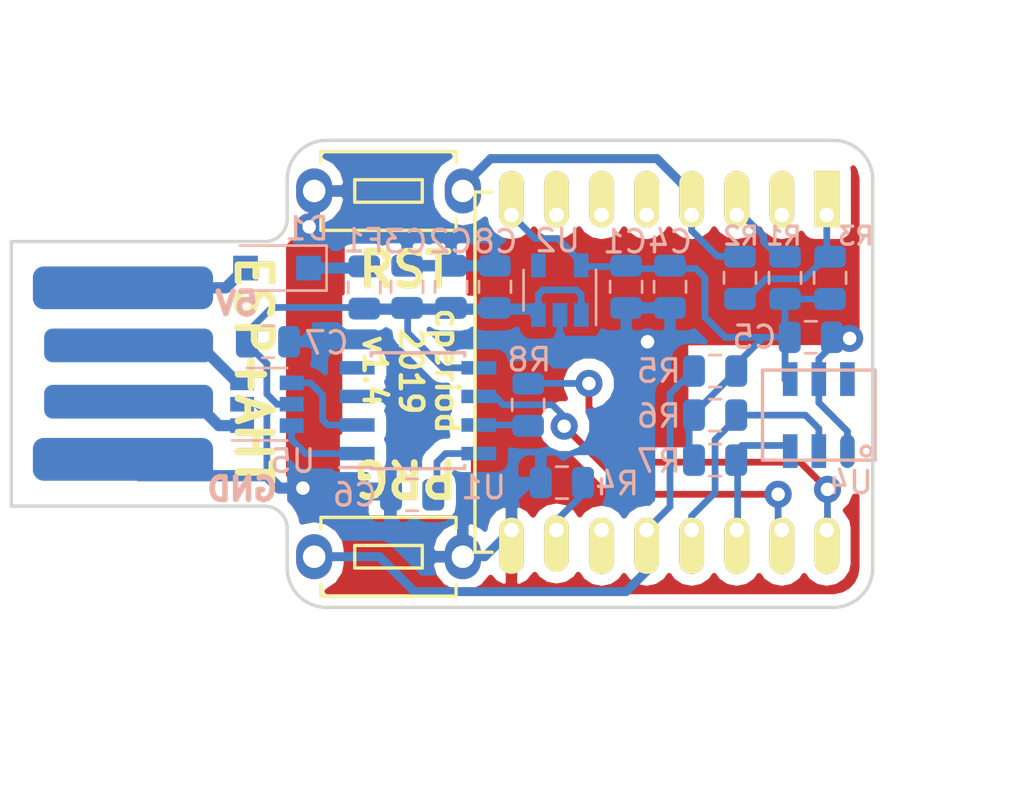
<source format=kicad_pcb>
(kicad_pcb (version 20171130) (host pcbnew 5.0.2-bee76a0~70~ubuntu18.04.1)

  (general
    (thickness 1.6)
    (drawings 24)
    (tracks 189)
    (zones 0)
    (modules 26)
    (nets 21)
  )

  (page USLetter)
  (title_block
    (rev 1.4)
  )

  (layers
    (0 F.Cu signal)
    (31 B.Cu signal)
    (32 B.Adhes user)
    (33 F.Adhes user)
    (34 B.Paste user)
    (35 F.Paste user)
    (36 B.SilkS user)
    (37 F.SilkS user)
    (38 B.Mask user)
    (39 F.Mask user)
    (40 Dwgs.User user)
    (41 Cmts.User user)
    (42 Eco1.User user)
    (43 Eco2.User user)
    (44 Edge.Cuts user)
    (45 Margin user)
    (46 B.CrtYd user)
    (47 F.CrtYd user)
    (48 B.Fab user)
    (49 F.Fab user)
  )

  (setup
    (last_trace_width 0.3)
    (user_trace_width 0.4)
    (user_trace_width 0.5)
    (trace_clearance 0.35)
    (zone_clearance 0.508)
    (zone_45_only no)
    (trace_min 0.3)
    (segment_width 0.2)
    (edge_width 0.15)
    (via_size 1.2)
    (via_drill 0.6)
    (via_min_size 1.2)
    (via_min_drill 0.6)
    (uvia_size 0.3)
    (uvia_drill 0.1)
    (uvias_allowed no)
    (uvia_min_size 0.2)
    (uvia_min_drill 0.1)
    (pcb_text_width 0.3)
    (pcb_text_size 1.5 1.5)
    (mod_edge_width 0.15)
    (mod_text_size 1 1)
    (mod_text_width 0.15)
    (pad_size 1.524 1.524)
    (pad_drill 0.762)
    (pad_to_mask_clearance 0.051)
    (solder_mask_min_width 0.25)
    (aux_axis_origin 130 107.75)
    (visible_elements FFFFFF7F)
    (pcbplotparams
      (layerselection 0x3d0ff_ffffffff)
      (usegerberextensions false)
      (usegerberattributes false)
      (usegerberadvancedattributes false)
      (creategerberjobfile false)
      (excludeedgelayer true)
      (linewidth 0.050000)
      (plotframeref false)
      (viasonmask false)
      (mode 1)
      (useauxorigin true)
      (hpglpennumber 1)
      (hpglpenspeed 20)
      (hpglpendiameter 15.000000)
      (psnegative false)
      (psa4output false)
      (plotreference true)
      (plotvalue true)
      (plotinvisibletext false)
      (padsonsilk false)
      (subtractmaskfromsilk false)
      (outputformat 1)
      (mirror false)
      (drillshape 0)
      (scaleselection 1)
      (outputdirectory "Gerbers/"))
  )

  (net 0 "")
  (net 1 3V3)
  (net 2 GND)
  (net 3 UD+)
  (net 4 UD-)
  (net 5 "Net-(R1-Pad2)")
  (net 6 "Net-(R2-Pad1)")
  (net 7 "Net-(R4-Pad1)")
  (net 8 "Net-(R5-Pad2)")
  (net 9 SDA)
  (net 10 SCL)
  (net 11 eRX)
  (net 12 eTX)
  (net 13 VBUS)
  (net 14 UDP+)
  (net 15 UDP-)
  (net 16 "Net-(C6-Pad1)")
  (net 17 5V)
  (net 18 "Net-(R8-Pad2)")
  (net 19 "Net-(D1-Pad1)")
  (net 20 RESET)

  (net_class Default "This is the default net class."
    (clearance 0.35)
    (trace_width 0.3)
    (via_dia 1.2)
    (via_drill 0.6)
    (uvia_dia 0.3)
    (uvia_drill 0.1)
    (diff_pair_gap 0.35)
    (diff_pair_width 0.3)
    (add_net 3V3)
    (add_net 5V)
    (add_net GND)
    (add_net "Net-(C6-Pad1)")
    (add_net "Net-(D1-Pad1)")
    (add_net "Net-(R1-Pad2)")
    (add_net "Net-(R2-Pad1)")
    (add_net "Net-(R4-Pad1)")
    (add_net "Net-(R5-Pad2)")
    (add_net "Net-(R8-Pad2)")
    (add_net RESET)
    (add_net SCL)
    (add_net SDA)
    (add_net UD+)
    (add_net UD-)
    (add_net UDP+)
    (add_net UDP-)
    (add_net VBUS)
    (add_net eRX)
    (add_net eTX)
  )

  (module Fuse:Fuse_0805_2012Metric (layer B.Cu) (tedit 5B36C52C) (tstamp 5DDEB3A0)
    (at 145.675 93.5375 90)
    (descr "Fuse SMD 0805 (2012 Metric), square (rectangular) end terminal, IPC_7351 nominal, (Body size source: https://docs.google.com/spreadsheets/d/1BsfQQcO9C6DZCsRaXUlFlo91Tg2WpOkGARC1WS5S8t0/edit?usp=sharing), generated with kicad-footprint-generator")
    (tags resistor)
    (path /5DC7CFA1)
    (attr smd)
    (fp_text reference F1 (at 2.075 -0.025) (layer B.SilkS)
      (effects (font (size 1 1) (thickness 0.15)) (justify mirror))
    )
    (fp_text value 200mA (at 9.825 0.05 -90) (layer B.Fab)
      (effects (font (size 1 1) (thickness 0.15)) (justify mirror))
    )
    (fp_text user %R (at 0 0 90) (layer B.Fab)
      (effects (font (size 0.5 0.5) (thickness 0.08)) (justify mirror))
    )
    (fp_line (start 1.68 -0.95) (end -1.68 -0.95) (layer B.CrtYd) (width 0.05))
    (fp_line (start 1.68 0.95) (end 1.68 -0.95) (layer B.CrtYd) (width 0.05))
    (fp_line (start -1.68 0.95) (end 1.68 0.95) (layer B.CrtYd) (width 0.05))
    (fp_line (start -1.68 -0.95) (end -1.68 0.95) (layer B.CrtYd) (width 0.05))
    (fp_line (start -0.258578 -0.71) (end 0.258578 -0.71) (layer B.SilkS) (width 0.12))
    (fp_line (start -0.258578 0.71) (end 0.258578 0.71) (layer B.SilkS) (width 0.12))
    (fp_line (start 1 -0.6) (end -1 -0.6) (layer B.Fab) (width 0.1))
    (fp_line (start 1 0.6) (end 1 -0.6) (layer B.Fab) (width 0.1))
    (fp_line (start -1 0.6) (end 1 0.6) (layer B.Fab) (width 0.1))
    (fp_line (start -1 -0.6) (end -1 0.6) (layer B.Fab) (width 0.1))
    (pad 2 smd roundrect (at 0.9375 0 90) (size 0.975 1.4) (layers B.Cu B.Paste B.Mask) (roundrect_rratio 0.25)
      (net 19 "Net-(D1-Pad1)"))
    (pad 1 smd roundrect (at -0.9375 0 90) (size 0.975 1.4) (layers B.Cu B.Paste B.Mask) (roundrect_rratio 0.25)
      (net 17 5V))
    (model ${KISYS3DMOD}/Fuse.3dshapes/Fuse_0805_2012Metric.wrl
      (at (xyz 0 0 0))
      (scale (xyz 1 1 1))
      (rotate (xyz 0 0 0))
    )
  )

  (module CPB:usb-PCB locked (layer B.Cu) (tedit 5DC76E6F) (tstamp 5DD32317)
    (at 130.059217 97.362374 90)
    (path /5DBDB3F6)
    (attr virtual)
    (fp_text reference J1 (at 0.13 7.85 90) (layer B.SilkS) hide
      (effects (font (size 1.5 1.5) (thickness 0.15)) (justify mirror))
    )
    (fp_text value USB (at 0.29 10.13 90) (layer B.SilkS) hide
      (effects (font (size 1.5 1.5) (thickness 0.15)) (justify mirror))
    )
    (fp_poly (pts (xy -6 8.6) (xy 6 8.6) (xy 6 0) (xy -6 0)) (layer B.Mask) (width 0.15))
    (fp_line (start -6.03 0) (end -6.03 12) (layer Dwgs.User) (width 0.15))
    (fp_line (start 6.03 0) (end -6.03 0) (layer Dwgs.User) (width 0.15))
    (fp_line (start 6.03 0) (end 6.03 12) (layer Dwgs.User) (width 0.15))
    (pad 2 connect roundrect (at 1.25 5.15 90) (size 1.5 7.5) (layers B.Cu B.Mask) (roundrect_rratio 0.25)
      (net 4 UD-))
    (pad 3 connect roundrect (at -1.25 5.15 90) (size 1.5 7.5) (layers B.Cu B.Mask) (roundrect_rratio 0.25)
      (net 3 UD+))
    (pad 4 connect roundrect (at -3.81 4.9 90) (size 1.9 8) (layers B.Cu B.Mask) (roundrect_rratio 0.25)
      (net 2 GND))
    (pad 1 connect roundrect (at 3.81 4.9 90) (size 1.9 8) (layers B.Cu B.Mask) (roundrect_rratio 0.25)
      (net 13 VBUS))
  )

  (module Package_SO:SOIC-8_3.9x4.9mm_P1.27mm (layer B.Cu) (tedit 5A02F2D3) (tstamp 5DD29E11)
    (at 148.059217 99.012374)
    (descr "8-Lead Plastic Small Outline (SN) - Narrow, 3.90 mm Body [SOIC] (see Microchip Packaging Specification http://ww1.microchip.com/downloads/en/PackagingSpec/00000049BQ.pdf)")
    (tags "SOIC 1.27")
    (path /5DC02823)
    (attr smd)
    (fp_text reference U1 (at 2.915783 3.412626 180) (layer B.SilkS)
      (effects (font (size 1 1) (thickness 0.15)) (justify mirror))
    )
    (fp_text value CH330N (at -0.859217 -13.037374) (layer B.Fab)
      (effects (font (size 1 1) (thickness 0.15)) (justify mirror))
    )
    (fp_text user %R (at 0 0) (layer B.Fab)
      (effects (font (size 1 1) (thickness 0.15)) (justify mirror))
    )
    (fp_line (start -0.95 2.45) (end 1.95 2.45) (layer B.Fab) (width 0.1))
    (fp_line (start 1.95 2.45) (end 1.95 -2.45) (layer B.Fab) (width 0.1))
    (fp_line (start 1.95 -2.45) (end -1.95 -2.45) (layer B.Fab) (width 0.1))
    (fp_line (start -1.95 -2.45) (end -1.95 1.45) (layer B.Fab) (width 0.1))
    (fp_line (start -1.95 1.45) (end -0.95 2.45) (layer B.Fab) (width 0.1))
    (fp_line (start -3.73 2.7) (end -3.73 -2.7) (layer B.CrtYd) (width 0.05))
    (fp_line (start 3.73 2.7) (end 3.73 -2.7) (layer B.CrtYd) (width 0.05))
    (fp_line (start -3.73 2.7) (end 3.73 2.7) (layer B.CrtYd) (width 0.05))
    (fp_line (start -3.73 -2.7) (end 3.73 -2.7) (layer B.CrtYd) (width 0.05))
    (fp_line (start -2.075 2.575) (end -2.075 2.525) (layer B.SilkS) (width 0.15))
    (fp_line (start 2.075 2.575) (end 2.075 2.43) (layer B.SilkS) (width 0.15))
    (fp_line (start 2.075 -2.575) (end 2.075 -2.43) (layer B.SilkS) (width 0.15))
    (fp_line (start -2.075 -2.575) (end -2.075 -2.43) (layer B.SilkS) (width 0.15))
    (fp_line (start -2.075 2.575) (end 2.075 2.575) (layer B.SilkS) (width 0.15))
    (fp_line (start -2.075 -2.575) (end 2.075 -2.575) (layer B.SilkS) (width 0.15))
    (fp_line (start -2.075 2.525) (end -3.475 2.525) (layer B.SilkS) (width 0.15))
    (pad 1 smd rect (at -2.7 1.905) (size 1.55 0.6) (layers B.Cu B.Paste B.Mask)
      (net 14 UDP+))
    (pad 2 smd rect (at -2.7 0.635) (size 1.55 0.6) (layers B.Cu B.Paste B.Mask)
      (net 15 UDP-))
    (pad 3 smd rect (at -2.7 -0.635) (size 1.55 0.6) (layers B.Cu B.Paste B.Mask)
      (net 2 GND))
    (pad 4 smd rect (at -2.7 -1.905) (size 1.55 0.6) (layers B.Cu B.Paste B.Mask))
    (pad 5 smd rect (at 2.7 -1.905) (size 1.55 0.6) (layers B.Cu B.Paste B.Mask)
      (net 17 5V))
    (pad 6 smd rect (at 2.7 -0.635) (size 1.55 0.6) (layers B.Cu B.Paste B.Mask)
      (net 11 eRX))
    (pad 7 smd rect (at 2.7 0.635) (size 1.55 0.6) (layers B.Cu B.Paste B.Mask)
      (net 18 "Net-(R8-Pad2)"))
    (pad 8 smd rect (at 2.7 1.905) (size 1.55 0.6) (layers B.Cu B.Paste B.Mask)
      (net 16 "Net-(C6-Pad1)"))
    (model ${KISYS3DMOD}/Package_SO.3dshapes/SOIC-8_3.9x4.9mm_P1.27mm.wrl
      (at (xyz 0 0 0))
      (scale (xyz 1 1 1))
      (rotate (xyz 0 0 0))
    )
  )

  (module Package_TO_SOT_SMD:SOT-23-5 locked (layer B.Cu) (tedit 5A02FF57) (tstamp 5DD29E26)
    (at 154.355703 93.65862 90)
    (descr "5-pin SOT23 package")
    (tags SOT-23-5)
    (path /5DBE1C35)
    (attr smd)
    (fp_text reference U2 (at 2.20862 -0.105703) (layer B.SilkS)
      (effects (font (size 1 1) (thickness 0.15)) (justify mirror))
    )
    (fp_text value HT7233 (at 9.95862 0.144297 90) (layer B.Fab)
      (effects (font (size 1 1) (thickness 0.15)) (justify mirror))
    )
    (fp_text user %R (at 0 0) (layer B.Fab)
      (effects (font (size 0.5 0.5) (thickness 0.075)) (justify mirror))
    )
    (fp_line (start -0.9 -1.61) (end 0.9 -1.61) (layer B.SilkS) (width 0.12))
    (fp_line (start 0.9 1.61) (end -1.55 1.61) (layer B.SilkS) (width 0.12))
    (fp_line (start -1.9 1.8) (end 1.9 1.8) (layer B.CrtYd) (width 0.05))
    (fp_line (start 1.9 1.8) (end 1.9 -1.8) (layer B.CrtYd) (width 0.05))
    (fp_line (start 1.9 -1.8) (end -1.9 -1.8) (layer B.CrtYd) (width 0.05))
    (fp_line (start -1.9 -1.8) (end -1.9 1.8) (layer B.CrtYd) (width 0.05))
    (fp_line (start -0.9 0.9) (end -0.25 1.55) (layer B.Fab) (width 0.1))
    (fp_line (start 0.9 1.55) (end -0.25 1.55) (layer B.Fab) (width 0.1))
    (fp_line (start -0.9 0.9) (end -0.9 -1.55) (layer B.Fab) (width 0.1))
    (fp_line (start 0.9 -1.55) (end -0.9 -1.55) (layer B.Fab) (width 0.1))
    (fp_line (start 0.9 1.55) (end 0.9 -1.55) (layer B.Fab) (width 0.1))
    (pad 1 smd rect (at -1.1 0.95 90) (size 1.06 0.65) (layers B.Cu B.Paste B.Mask)
      (net 17 5V))
    (pad 2 smd rect (at -1.1 0 90) (size 1.06 0.65) (layers B.Cu B.Paste B.Mask)
      (net 2 GND))
    (pad 3 smd rect (at -1.1 -0.95 90) (size 1.06 0.65) (layers B.Cu B.Paste B.Mask)
      (net 17 5V))
    (pad 4 smd rect (at 1.1 -0.95 90) (size 1.06 0.65) (layers B.Cu B.Paste B.Mask))
    (pad 5 smd rect (at 1.1 0.95 90) (size 1.06 0.65) (layers B.Cu B.Paste B.Mask)
      (net 1 3V3))
    (model ${KISYS3DMOD}/Package_TO_SOT_SMD.3dshapes/SOT-23-5.wrl
      (at (xyz 0 0 0))
      (scale (xyz 1 1 1))
      (rotate (xyz 0 0 0))
    )
  )

  (module CPB:ESP-12Emin (layer F.Cu) (tedit 5DBF21C4) (tstamp 5DD29E4E)
    (at 166.209217 90.312374 270)
    (descr "Module, ESP-8266, ESP-12, 16 pad, SMD")
    (tags "Module ESP-8266 ESP8266")
    (path /5DBDB353)
    (fp_text reference U3 (at -2 -2 270) (layer F.SilkS) hide
      (effects (font (size 1 1) (thickness 0.15)))
    )
    (fp_text value ESP-12 (at 8 1 270) (layer F.Fab)
      (effects (font (size 1 1) (thickness 0.15)))
    )
    (fp_line (start -2.25 -0.5) (end -2.25 -8.75) (layer F.CrtYd) (width 0.05))
    (fp_line (start -2.25 -8.75) (end 15.25 -8.75) (layer F.CrtYd) (width 0.05))
    (fp_line (start 15.25 -8.75) (end 16.25 -8.75) (layer F.CrtYd) (width 0.05))
    (fp_line (start 16.25 -8.75) (end 16.25 16) (layer F.CrtYd) (width 0.05))
    (fp_line (start 16.25 16) (end -2.25 16) (layer F.CrtYd) (width 0.05))
    (fp_line (start -2.25 16) (end -2.25 -0.5) (layer F.CrtYd) (width 0.05))
    (fp_line (start -1.016 -8.382) (end 14.986 -8.382) (layer F.CrtYd) (width 0.1524))
    (fp_line (start 14.986 -8.382) (end 14.986 -0.889) (layer F.CrtYd) (width 0.1524))
    (fp_line (start -1.016 -8.382) (end -1.016 -1.016) (layer F.CrtYd) (width 0.1524))
    (fp_line (start -1.016 14.859) (end -1.016 15.621) (layer F.SilkS) (width 0.1524))
    (fp_line (start -1.016 15.621) (end 14.986 15.621) (layer F.SilkS) (width 0.1524))
    (fp_line (start 14.986 15.621) (end 14.986 14.859) (layer F.SilkS) (width 0.1524))
    (fp_line (start 14.992 -8.4) (end -1.008 -2.6) (layer F.CrtYd) (width 0.1524))
    (fp_line (start -1.008 -8.4) (end 14.992 -2.6) (layer F.CrtYd) (width 0.1524))
    (fp_text user "No Copper" (at 6.892 -5.4 270) (layer F.CrtYd)
      (effects (font (size 1 1) (thickness 0.15)))
    )
    (fp_line (start -1.008 -2.6) (end 14.992 -2.6) (layer F.CrtYd) (width 0.1524))
    (fp_line (start 15 -8.4) (end 15 15.6) (layer F.Fab) (width 0.05))
    (fp_line (start 14.992 15.6) (end -1.008 15.6) (layer F.Fab) (width 0.05))
    (fp_line (start -1.008 15.6) (end -1.008 -8.4) (layer F.Fab) (width 0.05))
    (fp_line (start -1.008 -8.4) (end 14.992 -8.4) (layer F.Fab) (width 0.05))
    (pad 1 thru_hole rect (at 0 0 270) (size 2.5 1.1) (drill 0.65 (offset -0.7 0)) (layers *.Cu *.Mask F.SilkS)
      (net 6 "Net-(R2-Pad1)"))
    (pad 2 thru_hole oval (at 0 2 270) (size 2.5 1.1) (drill 0.65 (offset -0.7 0)) (layers *.Cu *.Mask F.SilkS))
    (pad 3 thru_hole oval (at 0 4 270) (size 2.5 1.1) (drill 0.65 (offset -0.7 0)) (layers *.Cu *.Mask F.SilkS)
      (net 5 "Net-(R1-Pad2)"))
    (pad 4 thru_hole oval (at 0 6 270) (size 2.5 1.1) (drill 0.65 (offset -0.7 0)) (layers *.Cu *.Mask F.SilkS)
      (net 20 RESET))
    (pad 5 thru_hole oval (at 0 8 270) (size 2.5 1.1) (drill 0.65 (offset -0.7 0)) (layers *.Cu *.Mask F.SilkS))
    (pad 6 thru_hole oval (at 0 10 270) (size 2.5 1.1) (drill 0.65 (offset -0.7 0)) (layers *.Cu *.Mask F.SilkS))
    (pad 7 thru_hole oval (at 0 12 270) (size 2.5 1.1) (drill 0.65 (offset -0.7 0)) (layers *.Cu *.Mask F.SilkS))
    (pad 8 thru_hole oval (at 0 14 270) (size 2.5 1.1) (drill 0.65 (offset -0.7 0)) (layers *.Cu *.Mask F.SilkS)
      (net 1 3V3))
    (pad 9 thru_hole oval (at 14 14 270) (size 2.5 1.1) (drill 0.65 (offset 0.7 0)) (layers *.Cu *.Mask F.SilkS)
      (net 2 GND))
    (pad 10 thru_hole oval (at 14 12 270) (size 2.5 1.1) (drill 0.65 (offset 0.6 0)) (layers *.Cu *.Mask F.SilkS)
      (net 7 "Net-(R4-Pad1)"))
    (pad 11 thru_hole oval (at 14 10 270) (size 2.5 1.1) (drill 0.65 (offset 0.7 0)) (layers *.Cu *.Mask F.SilkS))
    (pad 12 thru_hole oval (at 14 8 270) (size 2.5 1.1) (drill 0.65 (offset 0.7 0)) (layers *.Cu *.Mask F.SilkS)
      (net 8 "Net-(R5-Pad2)"))
    (pad 13 thru_hole oval (at 14 6 270) (size 2.5 1.1) (drill 0.65 (offset 0.7 0)) (layers *.Cu *.Mask F.SilkS)
      (net 9 SDA))
    (pad 14 thru_hole oval (at 14 4 270) (size 2.5 1.1) (drill 0.65 (offset 0.7 0)) (layers *.Cu *.Mask F.SilkS)
      (net 10 SCL))
    (pad 15 thru_hole oval (at 14 2 270) (size 2.5 1.1) (drill 0.65 (offset 0.7 0)) (layers *.Cu *.Mask F.SilkS)
      (net 11 eRX))
    (pad 16 thru_hole oval (at 14 0 270) (size 2.5 1.1) (drill 0.65 (offset 0.7 0)) (layers *.Cu *.Mask F.SilkS)
      (net 12 eTX))
    (model ${ESPLIB}/ESP8266.3dshapes/ESP-12.wrl
      (at (xyz 0 0 0))
      (scale (xyz 0.3937 0.3937 0.3937))
      (rotate (xyz 0 0 0))
    )
  )

  (module "CPB:Tact Switch 6mmx3.5mm C318817" (layer F.Cu) (tedit 5DD08D33) (tstamp 5DD32787)
    (at 146.75 89.25 90)
    (path /5DC1830B)
    (fp_text reference SW1 (at -2.5 -0.5 180) (layer F.SilkS) hide
      (effects (font (size 1 1) (thickness 0.15)))
    )
    (fp_text value RESET (at 3 0 180) (layer F.Fab) hide
      (effects (font (size 1 1) (thickness 0.15)))
    )
    (fp_line (start -2 3.25) (end -2 -3.25) (layer F.Fab) (width 0.15))
    (fp_line (start 2 3.25) (end -2 3.25) (layer F.Fab) (width 0.15))
    (fp_line (start 2 -3.25) (end 2 3.25) (layer F.Fab) (width 0.15))
    (fp_line (start -2 -3.25) (end 2 -3.25) (layer F.Fab) (width 0.15))
    (fp_line (start 2 3.25) (end 1.25 3.25) (layer F.CrtYd) (width 0.15))
    (fp_line (start 2 -3.25) (end 2 3.25) (layer F.CrtYd) (width 0.15))
    (fp_line (start 1.25 -3.25) (end 2 -3.25) (layer F.CrtYd) (width 0.15))
    (fp_line (start -2 3.25) (end -1.25 3.25) (layer F.CrtYd) (width 0.15))
    (fp_line (start -2 -3.25) (end -2 3.25) (layer F.CrtYd) (width 0.15))
    (fp_line (start -1.25 -3.25) (end -2 -3.25) (layer F.CrtYd) (width 0.15))
    (fp_line (start 0.5 -1.5) (end -0.5 -1.5) (layer F.SilkS) (width 0.15))
    (fp_line (start 0.5 1.5) (end 0.5 -1.5) (layer F.SilkS) (width 0.15))
    (fp_line (start -0.5 1.5) (end 0.5 1.5) (layer F.SilkS) (width 0.15))
    (fp_line (start -0.5 -1.5) (end -0.5 1.5) (layer F.SilkS) (width 0.15))
    (fp_line (start 1.75 3) (end 1.25 3) (layer F.SilkS) (width 0.15))
    (fp_line (start 1.75 -3) (end 1.75 3) (layer F.SilkS) (width 0.15))
    (fp_line (start 1.25 -3) (end 1.75 -3) (layer F.SilkS) (width 0.15))
    (fp_line (start -1.75 3) (end -1.25 3) (layer F.SilkS) (width 0.15))
    (fp_line (start -1.75 -3) (end -1.75 3) (layer F.SilkS) (width 0.15))
    (fp_line (start -1.25 -3) (end -1.75 -3) (layer F.SilkS) (width 0.15))
    (pad 2 thru_hole oval (at 0 -3.3 90) (size 2 1.6) (drill 1) (layers *.Cu *.Mask)
      (net 2 GND))
    (pad 1 thru_hole oval (at 0 3.3 90) (size 2 1.6) (drill 1) (layers *.Cu *.Mask)
      (net 20 RESET))
  )

  (module "CPB:Tact Switch 6mmx3.5mm C318817" (layer F.Cu) (tedit 5DD08D38) (tstamp 5DD327A0)
    (at 146.75 105.5 270)
    (path /5DC1481A)
    (fp_text reference SW2 (at -2.5 -0.5) (layer F.SilkS) hide
      (effects (font (size 1 1) (thickness 0.15)))
    )
    (fp_text value PROG (at 3 0) (layer F.Fab) hide
      (effects (font (size 1 1) (thickness 0.15)))
    )
    (fp_line (start -1.25 -3) (end -1.75 -3) (layer F.SilkS) (width 0.15))
    (fp_line (start -1.75 -3) (end -1.75 3) (layer F.SilkS) (width 0.15))
    (fp_line (start -1.75 3) (end -1.25 3) (layer F.SilkS) (width 0.15))
    (fp_line (start 1.25 -3) (end 1.75 -3) (layer F.SilkS) (width 0.15))
    (fp_line (start 1.75 -3) (end 1.75 3) (layer F.SilkS) (width 0.15))
    (fp_line (start 1.75 3) (end 1.25 3) (layer F.SilkS) (width 0.15))
    (fp_line (start -0.5 -1.5) (end -0.5 1.5) (layer F.SilkS) (width 0.15))
    (fp_line (start -0.5 1.5) (end 0.5 1.5) (layer F.SilkS) (width 0.15))
    (fp_line (start 0.5 1.5) (end 0.5 -1.5) (layer F.SilkS) (width 0.15))
    (fp_line (start 0.5 -1.5) (end -0.5 -1.5) (layer F.SilkS) (width 0.15))
    (fp_line (start -1.25 -3.25) (end -2 -3.25) (layer F.CrtYd) (width 0.15))
    (fp_line (start -2 -3.25) (end -2 3.25) (layer F.CrtYd) (width 0.15))
    (fp_line (start -2 3.25) (end -1.25 3.25) (layer F.CrtYd) (width 0.15))
    (fp_line (start 1.25 -3.25) (end 2 -3.25) (layer F.CrtYd) (width 0.15))
    (fp_line (start 2 -3.25) (end 2 3.25) (layer F.CrtYd) (width 0.15))
    (fp_line (start 2 3.25) (end 1.25 3.25) (layer F.CrtYd) (width 0.15))
    (fp_line (start -2 -3.25) (end 2 -3.25) (layer F.Fab) (width 0.15))
    (fp_line (start 2 -3.25) (end 2 3.25) (layer F.Fab) (width 0.15))
    (fp_line (start 2 3.25) (end -2 3.25) (layer F.Fab) (width 0.15))
    (fp_line (start -2 3.25) (end -2 -3.25) (layer F.Fab) (width 0.15))
    (pad 1 thru_hole oval (at 0 3.3 270) (size 2 1.6) (drill 1) (layers *.Cu *.Mask)
      (net 8 "Net-(R5-Pad2)"))
    (pad 2 thru_hole oval (at 0 -3.3 270) (size 2 1.6) (drill 1) (layers *.Cu *.Mask)
      (net 2 GND))
  )

  (module CPB:AHT10-HandSolder locked (layer B.Cu) (tedit 5DC02370) (tstamp 5DE55293)
    (at 165.855703 99.20862 90)
    (path /5DBE6669)
    (fp_text reference U4 (at -2.99138 1.394297 180) (layer B.SilkS)
      (effects (font (size 1 1) (thickness 0.15)) (justify mirror))
    )
    (fp_text value AHT10 (at 0.10862 6.844297 90) (layer B.Fab)
      (effects (font (size 1 1) (thickness 0.15)) (justify mirror))
    )
    (fp_line (start -2 2.5) (end 2 2.5) (layer B.SilkS) (width 0.15))
    (fp_line (start 2 2.5) (end 2 -2.5) (layer B.SilkS) (width 0.15))
    (fp_line (start 2 -2.5) (end -2 -2.5) (layer B.SilkS) (width 0.15))
    (fp_line (start -2 -2.5) (end -2 2.5) (layer B.SilkS) (width 0.15))
    (fp_circle (center -1.6 2.1) (end -1.4 2) (layer B.SilkS) (width 0.15))
    (fp_line (start -2.1 2.6) (end 2.1 2.6) (layer B.CrtYd) (width 0.15))
    (fp_line (start 2.1 2.6) (end 2.1 -2.6) (layer B.CrtYd) (width 0.15))
    (fp_line (start 2.1 -2.6) (end -2.1 -2.6) (layer B.CrtYd) (width 0.15))
    (fp_line (start -2.1 -2.6) (end -2.1 2.6) (layer B.CrtYd) (width 0.15))
    (fp_line (start -2.2 2.7) (end 2.2 2.7) (layer B.Fab) (width 0.15))
    (fp_line (start 2.2 2.7) (end 2.2 -2.7) (layer B.Fab) (width 0.15))
    (fp_line (start 2.2 -2.7) (end -2.2 -2.7) (layer B.Fab) (width 0.15))
    (fp_line (start -2.2 -2.7) (end -2.2 2.7) (layer B.Fab) (width 0.15))
    (pad 1 smd oval (at -1.6 1.27 90) (size 1.5 0.65) (layers B.Cu B.Paste B.Mask)
      (net 2 GND))
    (pad 2 smd rect (at -1.6 0 90) (size 1.5 0.65) (layers B.Cu B.Paste B.Mask)
      (net 9 SDA))
    (pad 3 smd rect (at -1.6 -1.27 90) (size 1.5 0.65) (layers B.Cu B.Paste B.Mask)
      (net 10 SCL))
    (pad 4 smd rect (at 1.6 -1.27 90) (size 1.5 0.65) (layers B.Cu B.Paste B.Mask)
      (net 1 3V3))
    (pad 5 smd rect (at 1.6 0 90) (size 1.5 0.65) (layers B.Cu B.Paste B.Mask)
      (net 2 GND))
    (pad 6 smd rect (at 1.6 1.27 90) (size 1.5 0.65) (layers B.Cu B.Paste B.Mask))
  )

  (module Package_TO_SOT_SMD:SOT-23-6 (layer B.Cu) (tedit 5A02FF57) (tstamp 5DF746FB)
    (at 141.35 98.725)
    (descr "6-pin SOT-23 package")
    (tags SOT-23-6)
    (path /5DC39FB1)
    (attr smd)
    (fp_text reference U5 (at 1.15 2.525) (layer B.SilkS)
      (effects (font (size 1 1) (thickness 0.15)) (justify mirror))
    )
    (fp_text value USBLC6-2SC6 (at -0.15 12 90) (layer B.Fab)
      (effects (font (size 1 1) (thickness 0.15)) (justify mirror))
    )
    (fp_text user %R (at 0 0 -90) (layer B.Fab)
      (effects (font (size 0.5 0.5) (thickness 0.075)) (justify mirror))
    )
    (fp_line (start -0.9 -1.61) (end 0.9 -1.61) (layer B.SilkS) (width 0.12))
    (fp_line (start 0.9 1.61) (end -1.55 1.61) (layer B.SilkS) (width 0.12))
    (fp_line (start 1.9 1.8) (end -1.9 1.8) (layer B.CrtYd) (width 0.05))
    (fp_line (start 1.9 -1.8) (end 1.9 1.8) (layer B.CrtYd) (width 0.05))
    (fp_line (start -1.9 -1.8) (end 1.9 -1.8) (layer B.CrtYd) (width 0.05))
    (fp_line (start -1.9 1.8) (end -1.9 -1.8) (layer B.CrtYd) (width 0.05))
    (fp_line (start -0.9 0.9) (end -0.25 1.55) (layer B.Fab) (width 0.1))
    (fp_line (start 0.9 1.55) (end -0.25 1.55) (layer B.Fab) (width 0.1))
    (fp_line (start -0.9 0.9) (end -0.9 -1.55) (layer B.Fab) (width 0.1))
    (fp_line (start 0.9 -1.55) (end -0.9 -1.55) (layer B.Fab) (width 0.1))
    (fp_line (start 0.9 1.55) (end 0.9 -1.55) (layer B.Fab) (width 0.1))
    (pad 1 smd rect (at -1.1 0.95) (size 1.06 0.65) (layers B.Cu B.Paste B.Mask)
      (net 3 UD+))
    (pad 2 smd rect (at -1.1 0) (size 1.06 0.65) (layers B.Cu B.Paste B.Mask)
      (net 2 GND))
    (pad 3 smd rect (at -1.1 -0.95) (size 1.06 0.65) (layers B.Cu B.Paste B.Mask)
      (net 4 UD-))
    (pad 4 smd rect (at 1.1 -0.95) (size 1.06 0.65) (layers B.Cu B.Paste B.Mask)
      (net 15 UDP-))
    (pad 6 smd rect (at 1.1 0.95) (size 1.06 0.65) (layers B.Cu B.Paste B.Mask)
      (net 14 UDP+))
    (pad 5 smd rect (at 1.1 0) (size 1.06 0.65) (layers B.Cu B.Paste B.Mask)
      (net 17 5V))
    (model ${KISYS3DMOD}/Package_TO_SOT_SMD.3dshapes/SOT-23-6.wrl
      (at (xyz 0 0 0))
      (scale (xyz 1 1 1))
      (rotate (xyz 0 0 0))
    )
  )

  (module Capacitor_SMD:C_0805_2012Metric (layer B.Cu) (tedit 5B36C52B) (tstamp 5DF3AAFA)
    (at 157.3 93.50862 270)
    (descr "Capacitor SMD 0805 (2012 Metric), square (rectangular) end terminal, IPC_7351 nominal, (Body size source: https://docs.google.com/spreadsheets/d/1BsfQQcO9C6DZCsRaXUlFlo91Tg2WpOkGARC1WS5S8t0/edit?usp=sharing), generated with kicad-footprint-generator")
    (tags capacitor)
    (path /5DBDD191)
    (attr smd)
    (fp_text reference C1 (at -2.00862 0.05) (layer B.SilkS)
      (effects (font (size 1 1) (thickness 0.15)) (justify mirror))
    )
    (fp_text value 100n (at -8.75862 0.05 270) (layer B.Fab)
      (effects (font (size 1 1) (thickness 0.15)) (justify mirror))
    )
    (fp_text user %R (at 0 0 270) (layer B.Fab)
      (effects (font (size 0.5 0.5) (thickness 0.08)) (justify mirror))
    )
    (fp_line (start 1.68 -0.95) (end -1.68 -0.95) (layer B.CrtYd) (width 0.05))
    (fp_line (start 1.68 0.95) (end 1.68 -0.95) (layer B.CrtYd) (width 0.05))
    (fp_line (start -1.68 0.95) (end 1.68 0.95) (layer B.CrtYd) (width 0.05))
    (fp_line (start -1.68 -0.95) (end -1.68 0.95) (layer B.CrtYd) (width 0.05))
    (fp_line (start -0.258578 -0.71) (end 0.258578 -0.71) (layer B.SilkS) (width 0.12))
    (fp_line (start -0.258578 0.71) (end 0.258578 0.71) (layer B.SilkS) (width 0.12))
    (fp_line (start 1 -0.6) (end -1 -0.6) (layer B.Fab) (width 0.1))
    (fp_line (start 1 0.6) (end 1 -0.6) (layer B.Fab) (width 0.1))
    (fp_line (start -1 0.6) (end 1 0.6) (layer B.Fab) (width 0.1))
    (fp_line (start -1 -0.6) (end -1 0.6) (layer B.Fab) (width 0.1))
    (pad 2 smd roundrect (at 0.9375 0 270) (size 0.975 1.4) (layers B.Cu B.Paste B.Mask) (roundrect_rratio 0.25)
      (net 2 GND))
    (pad 1 smd roundrect (at -0.9375 0 270) (size 0.975 1.4) (layers B.Cu B.Paste B.Mask) (roundrect_rratio 0.25)
      (net 1 3V3))
    (model ${KISYS3DMOD}/Capacitor_SMD.3dshapes/C_0805_2012Metric.wrl
      (at (xyz 0 0 0))
      (scale (xyz 1 1 1))
      (rotate (xyz 0 0 0))
    )
  )

  (module Capacitor_SMD:C_0805_2012Metric (layer B.Cu) (tedit 5B36C52B) (tstamp 5DF3AB0A)
    (at 149.525 93.50862 90)
    (descr "Capacitor SMD 0805 (2012 Metric), square (rectangular) end terminal, IPC_7351 nominal, (Body size source: https://docs.google.com/spreadsheets/d/1BsfQQcO9C6DZCsRaXUlFlo91Tg2WpOkGARC1WS5S8t0/edit?usp=sharing), generated with kicad-footprint-generator")
    (tags capacitor)
    (path /5DBE3E3F)
    (attr smd)
    (fp_text reference C2 (at 2.00862 -0.025 180) (layer B.SilkS)
      (effects (font (size 1 1) (thickness 0.15)) (justify mirror))
    )
    (fp_text value 10u (at 9.50862 -0.275 90) (layer B.Fab)
      (effects (font (size 1 1) (thickness 0.15)) (justify mirror))
    )
    (fp_line (start -1 -0.6) (end -1 0.6) (layer B.Fab) (width 0.1))
    (fp_line (start -1 0.6) (end 1 0.6) (layer B.Fab) (width 0.1))
    (fp_line (start 1 0.6) (end 1 -0.6) (layer B.Fab) (width 0.1))
    (fp_line (start 1 -0.6) (end -1 -0.6) (layer B.Fab) (width 0.1))
    (fp_line (start -0.258578 0.71) (end 0.258578 0.71) (layer B.SilkS) (width 0.12))
    (fp_line (start -0.258578 -0.71) (end 0.258578 -0.71) (layer B.SilkS) (width 0.12))
    (fp_line (start -1.68 -0.95) (end -1.68 0.95) (layer B.CrtYd) (width 0.05))
    (fp_line (start -1.68 0.95) (end 1.68 0.95) (layer B.CrtYd) (width 0.05))
    (fp_line (start 1.68 0.95) (end 1.68 -0.95) (layer B.CrtYd) (width 0.05))
    (fp_line (start 1.68 -0.95) (end -1.68 -0.95) (layer B.CrtYd) (width 0.05))
    (fp_text user %R (at 0 0 90) (layer B.Fab)
      (effects (font (size 0.5 0.5) (thickness 0.08)) (justify mirror))
    )
    (pad 1 smd roundrect (at -0.9375 0 90) (size 0.975 1.4) (layers B.Cu B.Paste B.Mask) (roundrect_rratio 0.25)
      (net 17 5V))
    (pad 2 smd roundrect (at 0.9375 0 90) (size 0.975 1.4) (layers B.Cu B.Paste B.Mask) (roundrect_rratio 0.25)
      (net 2 GND))
    (model ${KISYS3DMOD}/Capacitor_SMD.3dshapes/C_0805_2012Metric.wrl
      (at (xyz 0 0 0))
      (scale (xyz 1 1 1))
      (rotate (xyz 0 0 0))
    )
  )

  (module Capacitor_SMD:C_0805_2012Metric (layer B.Cu) (tedit 5B36C52B) (tstamp 5DF3AB1A)
    (at 147.575 93.50862 90)
    (descr "Capacitor SMD 0805 (2012 Metric), square (rectangular) end terminal, IPC_7351 nominal, (Body size source: https://docs.google.com/spreadsheets/d/1BsfQQcO9C6DZCsRaXUlFlo91Tg2WpOkGARC1WS5S8t0/edit?usp=sharing), generated with kicad-footprint-generator")
    (tags capacitor)
    (path /5DC0C395)
    (attr smd)
    (fp_text reference C3 (at 2.00862 -0.075 180) (layer B.SilkS)
      (effects (font (size 1 1) (thickness 0.15)) (justify mirror))
    )
    (fp_text value 100n (at 10.25862 -0.075 270) (layer B.Fab)
      (effects (font (size 1 1) (thickness 0.15)) (justify mirror))
    )
    (fp_text user %R (at 0 0 90) (layer B.Fab)
      (effects (font (size 0.5 0.5) (thickness 0.08)) (justify mirror))
    )
    (fp_line (start 1.68 -0.95) (end -1.68 -0.95) (layer B.CrtYd) (width 0.05))
    (fp_line (start 1.68 0.95) (end 1.68 -0.95) (layer B.CrtYd) (width 0.05))
    (fp_line (start -1.68 0.95) (end 1.68 0.95) (layer B.CrtYd) (width 0.05))
    (fp_line (start -1.68 -0.95) (end -1.68 0.95) (layer B.CrtYd) (width 0.05))
    (fp_line (start -0.258578 -0.71) (end 0.258578 -0.71) (layer B.SilkS) (width 0.12))
    (fp_line (start -0.258578 0.71) (end 0.258578 0.71) (layer B.SilkS) (width 0.12))
    (fp_line (start 1 -0.6) (end -1 -0.6) (layer B.Fab) (width 0.1))
    (fp_line (start 1 0.6) (end 1 -0.6) (layer B.Fab) (width 0.1))
    (fp_line (start -1 0.6) (end 1 0.6) (layer B.Fab) (width 0.1))
    (fp_line (start -1 -0.6) (end -1 0.6) (layer B.Fab) (width 0.1))
    (pad 2 smd roundrect (at 0.9375 0 90) (size 0.975 1.4) (layers B.Cu B.Paste B.Mask) (roundrect_rratio 0.25)
      (net 2 GND))
    (pad 1 smd roundrect (at -0.9375 0 90) (size 0.975 1.4) (layers B.Cu B.Paste B.Mask) (roundrect_rratio 0.25)
      (net 17 5V))
    (model ${KISYS3DMOD}/Capacitor_SMD.3dshapes/C_0805_2012Metric.wrl
      (at (xyz 0 0 0))
      (scale (xyz 1 1 1))
      (rotate (xyz 0 0 0))
    )
  )

  (module Capacitor_SMD:C_0805_2012Metric (layer B.Cu) (tedit 5B36C52B) (tstamp 5DF3AB2A)
    (at 159.25 93.50862 270)
    (descr "Capacitor SMD 0805 (2012 Metric), square (rectangular) end terminal, IPC_7351 nominal, (Body size source: https://docs.google.com/spreadsheets/d/1BsfQQcO9C6DZCsRaXUlFlo91Tg2WpOkGARC1WS5S8t0/edit?usp=sharing), generated with kicad-footprint-generator")
    (tags capacitor)
    (path /5DBE3E90)
    (attr smd)
    (fp_text reference C4 (at -2.00862 0) (layer B.SilkS)
      (effects (font (size 1 1) (thickness 0.15)) (justify mirror))
    )
    (fp_text value 10u (at -8.50862 0.25 270) (layer B.Fab)
      (effects (font (size 1 1) (thickness 0.15)) (justify mirror))
    )
    (fp_text user %R (at 0 0 270) (layer B.Fab)
      (effects (font (size 0.5 0.5) (thickness 0.08)) (justify mirror))
    )
    (fp_line (start 1.68 -0.95) (end -1.68 -0.95) (layer B.CrtYd) (width 0.05))
    (fp_line (start 1.68 0.95) (end 1.68 -0.95) (layer B.CrtYd) (width 0.05))
    (fp_line (start -1.68 0.95) (end 1.68 0.95) (layer B.CrtYd) (width 0.05))
    (fp_line (start -1.68 -0.95) (end -1.68 0.95) (layer B.CrtYd) (width 0.05))
    (fp_line (start -0.258578 -0.71) (end 0.258578 -0.71) (layer B.SilkS) (width 0.12))
    (fp_line (start -0.258578 0.71) (end 0.258578 0.71) (layer B.SilkS) (width 0.12))
    (fp_line (start 1 -0.6) (end -1 -0.6) (layer B.Fab) (width 0.1))
    (fp_line (start 1 0.6) (end 1 -0.6) (layer B.Fab) (width 0.1))
    (fp_line (start -1 0.6) (end 1 0.6) (layer B.Fab) (width 0.1))
    (fp_line (start -1 -0.6) (end -1 0.6) (layer B.Fab) (width 0.1))
    (pad 2 smd roundrect (at 0.9375 0 270) (size 0.975 1.4) (layers B.Cu B.Paste B.Mask) (roundrect_rratio 0.25)
      (net 2 GND))
    (pad 1 smd roundrect (at -0.9375 0 270) (size 0.975 1.4) (layers B.Cu B.Paste B.Mask) (roundrect_rratio 0.25)
      (net 1 3V3))
    (model ${KISYS3DMOD}/Capacitor_SMD.3dshapes/C_0805_2012Metric.wrl
      (at (xyz 0 0 0))
      (scale (xyz 1 1 1))
      (rotate (xyz 0 0 0))
    )
  )

  (module Capacitor_SMD:C_0805_2012Metric (layer B.Cu) (tedit 5DD08CEA) (tstamp 5DF3AB3A)
    (at 165.5 95.75)
    (descr "Capacitor SMD 0805 (2012 Metric), square (rectangular) end terminal, IPC_7351 nominal, (Body size source: https://docs.google.com/spreadsheets/d/1BsfQQcO9C6DZCsRaXUlFlo91Tg2WpOkGARC1WS5S8t0/edit?usp=sharing), generated with kicad-footprint-generator")
    (tags capacitor)
    (path /5DBEEB4D)
    (attr smd)
    (fp_text reference C5 (at -2.5 0) (layer B.SilkS)
      (effects (font (size 1 1) (thickness 0.15)) (justify mirror))
    )
    (fp_text value 100n (at 4.75 0) (layer B.Fab)
      (effects (font (size 1 1) (thickness 0.15)) (justify mirror))
    )
    (fp_line (start -1 -0.6) (end -1 0.6) (layer B.Fab) (width 0.1))
    (fp_line (start -1 0.6) (end 1 0.6) (layer B.Fab) (width 0.1))
    (fp_line (start 1 0.6) (end 1 -0.6) (layer B.Fab) (width 0.1))
    (fp_line (start 1 -0.6) (end -1 -0.6) (layer B.Fab) (width 0.1))
    (fp_line (start -0.258578 0.71) (end 0.258578 0.71) (layer B.SilkS) (width 0.12))
    (fp_line (start -0.258578 -0.71) (end 0.258578 -0.71) (layer B.SilkS) (width 0.12))
    (fp_line (start -1.68 -0.95) (end -1.68 0.95) (layer B.CrtYd) (width 0.05))
    (fp_line (start -1.68 0.95) (end 1.68 0.95) (layer B.CrtYd) (width 0.05))
    (fp_line (start 1.68 0.95) (end 1.68 -0.95) (layer B.CrtYd) (width 0.05))
    (fp_line (start 1.68 -0.95) (end -1.68 -0.95) (layer B.CrtYd) (width 0.05))
    (fp_text user %R (at 0 0) (layer B.Fab)
      (effects (font (size 0.5 0.5) (thickness 0.08)) (justify mirror))
    )
    (pad 1 smd roundrect (at -0.9375 0) (size 0.975 1.4) (layers B.Cu B.Paste B.Mask) (roundrect_rratio 0.25)
      (net 1 3V3))
    (pad 2 smd roundrect (at 0.9375 0) (size 0.975 1.4) (layers B.Cu B.Paste B.Mask) (roundrect_rratio 0.25)
      (net 2 GND))
    (model ${KISYS3DMOD}/Capacitor_SMD.3dshapes/C_0805_2012Metric.wrl
      (at (xyz 0 0 0))
      (scale (xyz 1 1 1))
      (rotate (xyz 0 0 0))
    )
  )

  (module Capacitor_SMD:C_0805_2012Metric (layer B.Cu) (tedit 5B36C52B) (tstamp 5DF3AB4A)
    (at 147.8 102.75 180)
    (descr "Capacitor SMD 0805 (2012 Metric), square (rectangular) end terminal, IPC_7351 nominal, (Body size source: https://docs.google.com/spreadsheets/d/1BsfQQcO9C6DZCsRaXUlFlo91Tg2WpOkGARC1WS5S8t0/edit?usp=sharing), generated with kicad-footprint-generator")
    (tags capacitor)
    (path /5DC2141A)
    (attr smd)
    (fp_text reference C6 (at 2.55 0 180) (layer B.SilkS)
      (effects (font (size 1 1) (thickness 0.15)) (justify mirror))
    )
    (fp_text value 100n (at 0 -7.25 180) (layer B.Fab)
      (effects (font (size 1 1) (thickness 0.15)) (justify mirror))
    )
    (fp_line (start -1 -0.6) (end -1 0.6) (layer B.Fab) (width 0.1))
    (fp_line (start -1 0.6) (end 1 0.6) (layer B.Fab) (width 0.1))
    (fp_line (start 1 0.6) (end 1 -0.6) (layer B.Fab) (width 0.1))
    (fp_line (start 1 -0.6) (end -1 -0.6) (layer B.Fab) (width 0.1))
    (fp_line (start -0.258578 0.71) (end 0.258578 0.71) (layer B.SilkS) (width 0.12))
    (fp_line (start -0.258578 -0.71) (end 0.258578 -0.71) (layer B.SilkS) (width 0.12))
    (fp_line (start -1.68 -0.95) (end -1.68 0.95) (layer B.CrtYd) (width 0.05))
    (fp_line (start -1.68 0.95) (end 1.68 0.95) (layer B.CrtYd) (width 0.05))
    (fp_line (start 1.68 0.95) (end 1.68 -0.95) (layer B.CrtYd) (width 0.05))
    (fp_line (start 1.68 -0.95) (end -1.68 -0.95) (layer B.CrtYd) (width 0.05))
    (fp_text user %R (at 0 0 180) (layer B.Fab)
      (effects (font (size 0.5 0.5) (thickness 0.08)) (justify mirror))
    )
    (pad 1 smd roundrect (at -0.9375 0 180) (size 0.975 1.4) (layers B.Cu B.Paste B.Mask) (roundrect_rratio 0.25)
      (net 16 "Net-(C6-Pad1)"))
    (pad 2 smd roundrect (at 0.9375 0 180) (size 0.975 1.4) (layers B.Cu B.Paste B.Mask) (roundrect_rratio 0.25)
      (net 2 GND))
    (model ${KISYS3DMOD}/Capacitor_SMD.3dshapes/C_0805_2012Metric.wrl
      (at (xyz 0 0 0))
      (scale (xyz 1 1 1))
      (rotate (xyz 0 0 0))
    )
  )

  (module Capacitor_SMD:C_0805_2012Metric (layer B.Cu) (tedit 5B36C52B) (tstamp 5DF4A4CA)
    (at 141.4 95.95)
    (descr "Capacitor SMD 0805 (2012 Metric), square (rectangular) end terminal, IPC_7351 nominal, (Body size source: https://docs.google.com/spreadsheets/d/1BsfQQcO9C6DZCsRaXUlFlo91Tg2WpOkGARC1WS5S8t0/edit?usp=sharing), generated with kicad-footprint-generator")
    (tags capacitor)
    (path /5DC83A5A)
    (attr smd)
    (fp_text reference C7 (at 2.6 0.05) (layer B.SilkS)
      (effects (font (size 1 1) (thickness 0.15)) (justify mirror))
    )
    (fp_text value 100n (at -1.4 -6.45) (layer B.Fab)
      (effects (font (size 1 1) (thickness 0.15)) (justify mirror))
    )
    (fp_line (start -1 -0.6) (end -1 0.6) (layer B.Fab) (width 0.1))
    (fp_line (start -1 0.6) (end 1 0.6) (layer B.Fab) (width 0.1))
    (fp_line (start 1 0.6) (end 1 -0.6) (layer B.Fab) (width 0.1))
    (fp_line (start 1 -0.6) (end -1 -0.6) (layer B.Fab) (width 0.1))
    (fp_line (start -0.258578 0.71) (end 0.258578 0.71) (layer B.SilkS) (width 0.12))
    (fp_line (start -0.258578 -0.71) (end 0.258578 -0.71) (layer B.SilkS) (width 0.12))
    (fp_line (start -1.68 -0.95) (end -1.68 0.95) (layer B.CrtYd) (width 0.05))
    (fp_line (start -1.68 0.95) (end 1.68 0.95) (layer B.CrtYd) (width 0.05))
    (fp_line (start 1.68 0.95) (end 1.68 -0.95) (layer B.CrtYd) (width 0.05))
    (fp_line (start 1.68 -0.95) (end -1.68 -0.95) (layer B.CrtYd) (width 0.05))
    (fp_text user %R (at 0 0) (layer B.Fab)
      (effects (font (size 0.5 0.5) (thickness 0.08)) (justify mirror))
    )
    (pad 1 smd roundrect (at -0.9375 0) (size 0.975 1.4) (layers B.Cu B.Paste B.Mask) (roundrect_rratio 0.25)
      (net 17 5V))
    (pad 2 smd roundrect (at 0.9375 0) (size 0.975 1.4) (layers B.Cu B.Paste B.Mask) (roundrect_rratio 0.25)
      (net 2 GND))
    (model ${KISYS3DMOD}/Capacitor_SMD.3dshapes/C_0805_2012Metric.wrl
      (at (xyz 0 0 0))
      (scale (xyz 1 1 1))
      (rotate (xyz 0 0 0))
    )
  )

  (module Capacitor_SMD:C_0805_2012Metric (layer B.Cu) (tedit 5B36C52B) (tstamp 5DF3AB6A)
    (at 151.475 93.50862 90)
    (descr "Capacitor SMD 0805 (2012 Metric), square (rectangular) end terminal, IPC_7351 nominal, (Body size source: https://docs.google.com/spreadsheets/d/1BsfQQcO9C6DZCsRaXUlFlo91Tg2WpOkGARC1WS5S8t0/edit?usp=sharing), generated with kicad-footprint-generator")
    (tags capacitor)
    (path /5DCC64D0)
    (attr smd)
    (fp_text reference C8 (at 2.00862 0.025 180) (layer B.SilkS)
      (effects (font (size 1 1) (thickness 0.15)) (justify mirror))
    )
    (fp_text value 10u (at 8.25862 -0.225 90) (layer B.Fab)
      (effects (font (size 1 1) (thickness 0.15)) (justify mirror))
    )
    (fp_text user %R (at 0 0 90) (layer B.Fab)
      (effects (font (size 0.5 0.5) (thickness 0.08)) (justify mirror))
    )
    (fp_line (start 1.68 -0.95) (end -1.68 -0.95) (layer B.CrtYd) (width 0.05))
    (fp_line (start 1.68 0.95) (end 1.68 -0.95) (layer B.CrtYd) (width 0.05))
    (fp_line (start -1.68 0.95) (end 1.68 0.95) (layer B.CrtYd) (width 0.05))
    (fp_line (start -1.68 -0.95) (end -1.68 0.95) (layer B.CrtYd) (width 0.05))
    (fp_line (start -0.258578 -0.71) (end 0.258578 -0.71) (layer B.SilkS) (width 0.12))
    (fp_line (start -0.258578 0.71) (end 0.258578 0.71) (layer B.SilkS) (width 0.12))
    (fp_line (start 1 -0.6) (end -1 -0.6) (layer B.Fab) (width 0.1))
    (fp_line (start 1 0.6) (end 1 -0.6) (layer B.Fab) (width 0.1))
    (fp_line (start -1 0.6) (end 1 0.6) (layer B.Fab) (width 0.1))
    (fp_line (start -1 -0.6) (end -1 0.6) (layer B.Fab) (width 0.1))
    (pad 2 smd roundrect (at 0.9375 0 90) (size 0.975 1.4) (layers B.Cu B.Paste B.Mask) (roundrect_rratio 0.25)
      (net 2 GND))
    (pad 1 smd roundrect (at -0.9375 0 90) (size 0.975 1.4) (layers B.Cu B.Paste B.Mask) (roundrect_rratio 0.25)
      (net 17 5V))
    (model ${KISYS3DMOD}/Capacitor_SMD.3dshapes/C_0805_2012Metric.wrl
      (at (xyz 0 0 0))
      (scale (xyz 1 1 1))
      (rotate (xyz 0 0 0))
    )
  )

  (module Diode_SMD:D_SOD-123F (layer B.Cu) (tedit 5DD5C471) (tstamp 5DF3AB7A)
    (at 141.8 92.675 180)
    (descr D_SOD-123F)
    (tags D_SOD-123F)
    (path /5DCB8E97)
    (attr smd)
    (fp_text reference D1 (at -1.325 1.75 180) (layer B.SilkS)
      (effects (font (size 1 1) (thickness 0.15)) (justify mirror))
    )
    (fp_text value B5817W (at 2.875 4.25 180) (layer B.Fab)
      (effects (font (size 1 1) (thickness 0.15)) (justify mirror))
    )
    (fp_text user %R (at 0.05 -1.575 180) (layer B.Fab) hide
      (effects (font (size 1 1) (thickness 0.15)) (justify mirror))
    )
    (fp_line (start -2.2 1) (end -2.2 -1) (layer B.SilkS) (width 0.12))
    (fp_line (start 0.25 0) (end 0.75 0) (layer B.Fab) (width 0.1))
    (fp_line (start 0.25 -0.4) (end -0.35 0) (layer B.Fab) (width 0.1))
    (fp_line (start 0.25 0.4) (end 0.25 -0.4) (layer B.Fab) (width 0.1))
    (fp_line (start -0.35 0) (end 0.25 0.4) (layer B.Fab) (width 0.1))
    (fp_line (start -0.35 0) (end -0.35 -0.55) (layer B.Fab) (width 0.1))
    (fp_line (start -0.35 0) (end -0.35 0.55) (layer B.Fab) (width 0.1))
    (fp_line (start -0.75 0) (end -0.35 0) (layer B.Fab) (width 0.1))
    (fp_line (start -1.4 -0.9) (end -1.4 0.9) (layer B.Fab) (width 0.1))
    (fp_line (start 1.4 -0.9) (end -1.4 -0.9) (layer B.Fab) (width 0.1))
    (fp_line (start 1.4 0.9) (end 1.4 -0.9) (layer B.Fab) (width 0.1))
    (fp_line (start -1.4 0.9) (end 1.4 0.9) (layer B.Fab) (width 0.1))
    (fp_line (start -2.2 1.15) (end 2.2 1.15) (layer B.CrtYd) (width 0.05))
    (fp_line (start 2.2 1.15) (end 2.2 -1.15) (layer B.CrtYd) (width 0.05))
    (fp_line (start 2.2 -1.15) (end -2.2 -1.15) (layer B.CrtYd) (width 0.05))
    (fp_line (start -2.2 1.15) (end -2.2 -1.15) (layer B.CrtYd) (width 0.05))
    (fp_line (start -2.2 -1) (end 1.65 -1) (layer B.SilkS) (width 0.12))
    (fp_line (start -2.2 1) (end 1.65 1) (layer B.SilkS) (width 0.12))
    (pad 1 smd rect (at -1.4 0 180) (size 1.1 1.1) (layers B.Cu B.Paste B.Mask)
      (net 19 "Net-(D1-Pad1)"))
    (pad 2 smd rect (at 1.4 0 180) (size 1.1 1.1) (layers B.Cu B.Paste B.Mask)
      (net 13 VBUS))
    (model ${KISYS3DMOD}/Diode_SMD.3dshapes/D_SOD-123F.wrl
      (at (xyz 0 0 0))
      (scale (xyz 1 1 1))
      (rotate (xyz 0 0 0))
    )
  )

  (module Resistor_SMD:R_0805_2012Metric (layer B.Cu) (tedit 5DD5C3F3) (tstamp 5DF3AB92)
    (at 164.355703 93.10862 90)
    (descr "Resistor SMD 0805 (2012 Metric), square (rectangular) end terminal, IPC_7351 nominal, (Body size source: https://docs.google.com/spreadsheets/d/1BsfQQcO9C6DZCsRaXUlFlo91Tg2WpOkGARC1WS5S8t0/edit?usp=sharing), generated with kicad-footprint-generator")
    (tags resistor)
    (path /5DBDCEB6)
    (attr smd)
    (fp_text reference R1 (at 1.85862 -0.055703 180) (layer B.SilkS)
      (effects (font (size 0.8 0.8) (thickness 0.15)) (justify mirror))
    )
    (fp_text value 10K (at 8.05862 0.144297 90) (layer B.Fab)
      (effects (font (size 1 1) (thickness 0.15)) (justify mirror))
    )
    (fp_line (start -1 -0.6) (end -1 0.6) (layer B.Fab) (width 0.1))
    (fp_line (start -1 0.6) (end 1 0.6) (layer B.Fab) (width 0.1))
    (fp_line (start 1 0.6) (end 1 -0.6) (layer B.Fab) (width 0.1))
    (fp_line (start 1 -0.6) (end -1 -0.6) (layer B.Fab) (width 0.1))
    (fp_line (start -0.258578 0.71) (end 0.258578 0.71) (layer B.SilkS) (width 0.12))
    (fp_line (start -0.258578 -0.71) (end 0.258578 -0.71) (layer B.SilkS) (width 0.12))
    (fp_line (start -1.68 -0.95) (end -1.68 0.95) (layer B.CrtYd) (width 0.05))
    (fp_line (start -1.68 0.95) (end 1.68 0.95) (layer B.CrtYd) (width 0.05))
    (fp_line (start 1.68 0.95) (end 1.68 -0.95) (layer B.CrtYd) (width 0.05))
    (fp_line (start 1.68 -0.95) (end -1.68 -0.95) (layer B.CrtYd) (width 0.05))
    (fp_text user %R (at 0 0 90) (layer B.Fab)
      (effects (font (size 0.5 0.5) (thickness 0.08)) (justify mirror))
    )
    (pad 1 smd roundrect (at -0.9375 0 90) (size 0.975 1.4) (layers B.Cu B.Paste B.Mask) (roundrect_rratio 0.25)
      (net 1 3V3))
    (pad 2 smd roundrect (at 0.9375 0 90) (size 0.975 1.4) (layers B.Cu B.Paste B.Mask) (roundrect_rratio 0.25)
      (net 5 "Net-(R1-Pad2)"))
    (model ${KISYS3DMOD}/Resistor_SMD.3dshapes/R_0805_2012Metric.wrl
      (at (xyz 0 0 0))
      (scale (xyz 1 1 1))
      (rotate (xyz 0 0 0))
    )
  )

  (module Resistor_SMD:R_0805_2012Metric (layer B.Cu) (tedit 5DD5C3EB) (tstamp 5DF49D41)
    (at 162.355703 93.10862 90)
    (descr "Resistor SMD 0805 (2012 Metric), square (rectangular) end terminal, IPC_7351 nominal, (Body size source: https://docs.google.com/spreadsheets/d/1BsfQQcO9C6DZCsRaXUlFlo91Tg2WpOkGARC1WS5S8t0/edit?usp=sharing), generated with kicad-footprint-generator")
    (tags resistor)
    (path /5DBDDC75)
    (attr smd)
    (fp_text reference R2 (at 1.85862 0.044297 180) (layer B.SilkS)
      (effects (font (size 0.8 0.8) (thickness 0.15)) (justify mirror))
    )
    (fp_text value 1K (at 7.80862 0.144297 90) (layer B.Fab)
      (effects (font (size 1 1) (thickness 0.15)) (justify mirror))
    )
    (fp_line (start -1 -0.6) (end -1 0.6) (layer B.Fab) (width 0.1))
    (fp_line (start -1 0.6) (end 1 0.6) (layer B.Fab) (width 0.1))
    (fp_line (start 1 0.6) (end 1 -0.6) (layer B.Fab) (width 0.1))
    (fp_line (start 1 -0.6) (end -1 -0.6) (layer B.Fab) (width 0.1))
    (fp_line (start -0.258578 0.71) (end 0.258578 0.71) (layer B.SilkS) (width 0.12))
    (fp_line (start -0.258578 -0.71) (end 0.258578 -0.71) (layer B.SilkS) (width 0.12))
    (fp_line (start -1.68 -0.95) (end -1.68 0.95) (layer B.CrtYd) (width 0.05))
    (fp_line (start -1.68 0.95) (end 1.68 0.95) (layer B.CrtYd) (width 0.05))
    (fp_line (start 1.68 0.95) (end 1.68 -0.95) (layer B.CrtYd) (width 0.05))
    (fp_line (start 1.68 -0.95) (end -1.68 -0.95) (layer B.CrtYd) (width 0.05))
    (fp_text user %R (at 0 0 90) (layer B.Fab)
      (effects (font (size 0.5 0.5) (thickness 0.08)) (justify mirror))
    )
    (pad 1 smd roundrect (at -0.9375 0 90) (size 0.975 1.4) (layers B.Cu B.Paste B.Mask) (roundrect_rratio 0.25)
      (net 6 "Net-(R2-Pad1)"))
    (pad 2 smd roundrect (at 0.9375 0 90) (size 0.975 1.4) (layers B.Cu B.Paste B.Mask) (roundrect_rratio 0.25)
      (net 20 RESET))
    (model ${KISYS3DMOD}/Resistor_SMD.3dshapes/R_0805_2012Metric.wrl
      (at (xyz 0 0 0))
      (scale (xyz 1 1 1))
      (rotate (xyz 0 0 0))
    )
  )

  (module Resistor_SMD:R_0805_2012Metric (layer B.Cu) (tedit 5DD5C3F9) (tstamp 5DF3ABB2)
    (at 166.355703 93.10862 90)
    (descr "Resistor SMD 0805 (2012 Metric), square (rectangular) end terminal, IPC_7351 nominal, (Body size source: https://docs.google.com/spreadsheets/d/1BsfQQcO9C6DZCsRaXUlFlo91Tg2WpOkGARC1WS5S8t0/edit?usp=sharing), generated with kicad-footprint-generator")
    (tags resistor)
    (path /5DBF30A7)
    (attr smd)
    (fp_text reference R3 (at 1.85862 1.144297) (layer B.SilkS)
      (effects (font (size 0.8 0.8) (thickness 0.15)) (justify mirror))
    )
    (fp_text value 10K (at 8.30862 -0.105703 90) (layer B.Fab)
      (effects (font (size 1 1) (thickness 0.15)) (justify mirror))
    )
    (fp_line (start -1 -0.6) (end -1 0.6) (layer B.Fab) (width 0.1))
    (fp_line (start -1 0.6) (end 1 0.6) (layer B.Fab) (width 0.1))
    (fp_line (start 1 0.6) (end 1 -0.6) (layer B.Fab) (width 0.1))
    (fp_line (start 1 -0.6) (end -1 -0.6) (layer B.Fab) (width 0.1))
    (fp_line (start -0.258578 0.71) (end 0.258578 0.71) (layer B.SilkS) (width 0.12))
    (fp_line (start -0.258578 -0.71) (end 0.258578 -0.71) (layer B.SilkS) (width 0.12))
    (fp_line (start -1.68 -0.95) (end -1.68 0.95) (layer B.CrtYd) (width 0.05))
    (fp_line (start -1.68 0.95) (end 1.68 0.95) (layer B.CrtYd) (width 0.05))
    (fp_line (start 1.68 0.95) (end 1.68 -0.95) (layer B.CrtYd) (width 0.05))
    (fp_line (start 1.68 -0.95) (end -1.68 -0.95) (layer B.CrtYd) (width 0.05))
    (fp_text user %R (at 0 0 90) (layer B.Fab)
      (effects (font (size 0.5 0.5) (thickness 0.08)) (justify mirror))
    )
    (pad 1 smd roundrect (at -0.9375 0 90) (size 0.975 1.4) (layers B.Cu B.Paste B.Mask) (roundrect_rratio 0.25)
      (net 1 3V3))
    (pad 2 smd roundrect (at 0.9375 0 90) (size 0.975 1.4) (layers B.Cu B.Paste B.Mask) (roundrect_rratio 0.25)
      (net 6 "Net-(R2-Pad1)"))
    (model ${KISYS3DMOD}/Resistor_SMD.3dshapes/R_0805_2012Metric.wrl
      (at (xyz 0 0 0))
      (scale (xyz 1 1 1))
      (rotate (xyz 0 0 0))
    )
  )

  (module Resistor_SMD:R_0805_2012Metric (layer B.Cu) (tedit 5B36C52B) (tstamp 5DF3ABC2)
    (at 154.45 102.20862 180)
    (descr "Resistor SMD 0805 (2012 Metric), square (rectangular) end terminal, IPC_7351 nominal, (Body size source: https://docs.google.com/spreadsheets/d/1BsfQQcO9C6DZCsRaXUlFlo91Tg2WpOkGARC1WS5S8t0/edit?usp=sharing), generated with kicad-footprint-generator")
    (tags resistor)
    (path /5DBDCDFF)
    (attr smd)
    (fp_text reference R4 (at -2.45 -0.04138 180) (layer B.SilkS)
      (effects (font (size 1 1) (thickness 0.15)) (justify mirror))
    )
    (fp_text value 10K (at -0.3 -6.54138 180) (layer B.Fab)
      (effects (font (size 1 1) (thickness 0.15)) (justify mirror))
    )
    (fp_text user %R (at 0 0 180) (layer B.Fab)
      (effects (font (size 0.5 0.5) (thickness 0.08)) (justify mirror))
    )
    (fp_line (start 1.68 -0.95) (end -1.68 -0.95) (layer B.CrtYd) (width 0.05))
    (fp_line (start 1.68 0.95) (end 1.68 -0.95) (layer B.CrtYd) (width 0.05))
    (fp_line (start -1.68 0.95) (end 1.68 0.95) (layer B.CrtYd) (width 0.05))
    (fp_line (start -1.68 -0.95) (end -1.68 0.95) (layer B.CrtYd) (width 0.05))
    (fp_line (start -0.258578 -0.71) (end 0.258578 -0.71) (layer B.SilkS) (width 0.12))
    (fp_line (start -0.258578 0.71) (end 0.258578 0.71) (layer B.SilkS) (width 0.12))
    (fp_line (start 1 -0.6) (end -1 -0.6) (layer B.Fab) (width 0.1))
    (fp_line (start 1 0.6) (end 1 -0.6) (layer B.Fab) (width 0.1))
    (fp_line (start -1 0.6) (end 1 0.6) (layer B.Fab) (width 0.1))
    (fp_line (start -1 -0.6) (end -1 0.6) (layer B.Fab) (width 0.1))
    (pad 2 smd roundrect (at 0.9375 0 180) (size 0.975 1.4) (layers B.Cu B.Paste B.Mask) (roundrect_rratio 0.25)
      (net 2 GND))
    (pad 1 smd roundrect (at -0.9375 0 180) (size 0.975 1.4) (layers B.Cu B.Paste B.Mask) (roundrect_rratio 0.25)
      (net 7 "Net-(R4-Pad1)"))
    (model ${KISYS3DMOD}/Resistor_SMD.3dshapes/R_0805_2012Metric.wrl
      (at (xyz 0 0 0))
      (scale (xyz 1 1 1))
      (rotate (xyz 0 0 0))
    )
  )

  (module Resistor_SMD:R_0805_2012Metric (layer B.Cu) (tedit 5B36C52B) (tstamp 5DF3ABD2)
    (at 161.25 97.25 180)
    (descr "Resistor SMD 0805 (2012 Metric), square (rectangular) end terminal, IPC_7351 nominal, (Body size source: https://docs.google.com/spreadsheets/d/1BsfQQcO9C6DZCsRaXUlFlo91Tg2WpOkGARC1WS5S8t0/edit?usp=sharing), generated with kicad-footprint-generator")
    (tags resistor)
    (path /5DBDD45B)
    (attr smd)
    (fp_text reference R5 (at 2.5 0 180) (layer B.SilkS)
      (effects (font (size 1 1) (thickness 0.15)) (justify mirror))
    )
    (fp_text value 10K (at -8.75 -0.5 180) (layer B.Fab)
      (effects (font (size 1 1) (thickness 0.15)) (justify mirror))
    )
    (fp_text user %R (at 0 0 180) (layer B.Fab)
      (effects (font (size 0.5 0.5) (thickness 0.08)) (justify mirror))
    )
    (fp_line (start 1.68 -0.95) (end -1.68 -0.95) (layer B.CrtYd) (width 0.05))
    (fp_line (start 1.68 0.95) (end 1.68 -0.95) (layer B.CrtYd) (width 0.05))
    (fp_line (start -1.68 0.95) (end 1.68 0.95) (layer B.CrtYd) (width 0.05))
    (fp_line (start -1.68 -0.95) (end -1.68 0.95) (layer B.CrtYd) (width 0.05))
    (fp_line (start -0.258578 -0.71) (end 0.258578 -0.71) (layer B.SilkS) (width 0.12))
    (fp_line (start -0.258578 0.71) (end 0.258578 0.71) (layer B.SilkS) (width 0.12))
    (fp_line (start 1 -0.6) (end -1 -0.6) (layer B.Fab) (width 0.1))
    (fp_line (start 1 0.6) (end 1 -0.6) (layer B.Fab) (width 0.1))
    (fp_line (start -1 0.6) (end 1 0.6) (layer B.Fab) (width 0.1))
    (fp_line (start -1 -0.6) (end -1 0.6) (layer B.Fab) (width 0.1))
    (pad 2 smd roundrect (at 0.9375 0 180) (size 0.975 1.4) (layers B.Cu B.Paste B.Mask) (roundrect_rratio 0.25)
      (net 8 "Net-(R5-Pad2)"))
    (pad 1 smd roundrect (at -0.9375 0 180) (size 0.975 1.4) (layers B.Cu B.Paste B.Mask) (roundrect_rratio 0.25)
      (net 1 3V3))
    (model ${KISYS3DMOD}/Resistor_SMD.3dshapes/R_0805_2012Metric.wrl
      (at (xyz 0 0 0))
      (scale (xyz 1 1 1))
      (rotate (xyz 0 0 0))
    )
  )

  (module Resistor_SMD:R_0805_2012Metric (layer B.Cu) (tedit 5B36C52B) (tstamp 5DF3ABE2)
    (at 161.25 99.20862)
    (descr "Resistor SMD 0805 (2012 Metric), square (rectangular) end terminal, IPC_7351 nominal, (Body size source: https://docs.google.com/spreadsheets/d/1BsfQQcO9C6DZCsRaXUlFlo91Tg2WpOkGARC1WS5S8t0/edit?usp=sharing), generated with kicad-footprint-generator")
    (tags resistor)
    (path /5DBE9A3C)
    (attr smd)
    (fp_text reference R6 (at -2.5 0.04138) (layer B.SilkS)
      (effects (font (size 1 1) (thickness 0.15)) (justify mirror))
    )
    (fp_text value 10K (at 8.75 0.04138) (layer B.Fab)
      (effects (font (size 1 1) (thickness 0.15)) (justify mirror))
    )
    (fp_text user %R (at 0 0) (layer B.Fab)
      (effects (font (size 0.5 0.5) (thickness 0.08)) (justify mirror))
    )
    (fp_line (start 1.68 -0.95) (end -1.68 -0.95) (layer B.CrtYd) (width 0.05))
    (fp_line (start 1.68 0.95) (end 1.68 -0.95) (layer B.CrtYd) (width 0.05))
    (fp_line (start -1.68 0.95) (end 1.68 0.95) (layer B.CrtYd) (width 0.05))
    (fp_line (start -1.68 -0.95) (end -1.68 0.95) (layer B.CrtYd) (width 0.05))
    (fp_line (start -0.258578 -0.71) (end 0.258578 -0.71) (layer B.SilkS) (width 0.12))
    (fp_line (start -0.258578 0.71) (end 0.258578 0.71) (layer B.SilkS) (width 0.12))
    (fp_line (start 1 -0.6) (end -1 -0.6) (layer B.Fab) (width 0.1))
    (fp_line (start 1 0.6) (end 1 -0.6) (layer B.Fab) (width 0.1))
    (fp_line (start -1 0.6) (end 1 0.6) (layer B.Fab) (width 0.1))
    (fp_line (start -1 -0.6) (end -1 0.6) (layer B.Fab) (width 0.1))
    (pad 2 smd roundrect (at 0.9375 0) (size 0.975 1.4) (layers B.Cu B.Paste B.Mask) (roundrect_rratio 0.25)
      (net 9 SDA))
    (pad 1 smd roundrect (at -0.9375 0) (size 0.975 1.4) (layers B.Cu B.Paste B.Mask) (roundrect_rratio 0.25)
      (net 1 3V3))
    (model ${KISYS3DMOD}/Resistor_SMD.3dshapes/R_0805_2012Metric.wrl
      (at (xyz 0 0 0))
      (scale (xyz 1 1 1))
      (rotate (xyz 0 0 0))
    )
  )

  (module Resistor_SMD:R_0805_2012Metric (layer B.Cu) (tedit 5B36C52B) (tstamp 5DF3ABF2)
    (at 161.25 101.20862)
    (descr "Resistor SMD 0805 (2012 Metric), square (rectangular) end terminal, IPC_7351 nominal, (Body size source: https://docs.google.com/spreadsheets/d/1BsfQQcO9C6DZCsRaXUlFlo91Tg2WpOkGARC1WS5S8t0/edit?usp=sharing), generated with kicad-footprint-generator")
    (tags resistor)
    (path /5DBE999A)
    (attr smd)
    (fp_text reference R7 (at -2.5 0.04138) (layer B.SilkS)
      (effects (font (size 1 1) (thickness 0.15)) (justify mirror))
    )
    (fp_text value 10K (at 8.75 0.04138) (layer B.Fab)
      (effects (font (size 1 1) (thickness 0.15)) (justify mirror))
    )
    (fp_line (start -1 -0.6) (end -1 0.6) (layer B.Fab) (width 0.1))
    (fp_line (start -1 0.6) (end 1 0.6) (layer B.Fab) (width 0.1))
    (fp_line (start 1 0.6) (end 1 -0.6) (layer B.Fab) (width 0.1))
    (fp_line (start 1 -0.6) (end -1 -0.6) (layer B.Fab) (width 0.1))
    (fp_line (start -0.258578 0.71) (end 0.258578 0.71) (layer B.SilkS) (width 0.12))
    (fp_line (start -0.258578 -0.71) (end 0.258578 -0.71) (layer B.SilkS) (width 0.12))
    (fp_line (start -1.68 -0.95) (end -1.68 0.95) (layer B.CrtYd) (width 0.05))
    (fp_line (start -1.68 0.95) (end 1.68 0.95) (layer B.CrtYd) (width 0.05))
    (fp_line (start 1.68 0.95) (end 1.68 -0.95) (layer B.CrtYd) (width 0.05))
    (fp_line (start 1.68 -0.95) (end -1.68 -0.95) (layer B.CrtYd) (width 0.05))
    (fp_text user %R (at 0 0) (layer B.Fab)
      (effects (font (size 0.5 0.5) (thickness 0.08)) (justify mirror))
    )
    (pad 1 smd roundrect (at -0.9375 0) (size 0.975 1.4) (layers B.Cu B.Paste B.Mask) (roundrect_rratio 0.25)
      (net 1 3V3))
    (pad 2 smd roundrect (at 0.9375 0) (size 0.975 1.4) (layers B.Cu B.Paste B.Mask) (roundrect_rratio 0.25)
      (net 10 SCL))
    (model ${KISYS3DMOD}/Resistor_SMD.3dshapes/R_0805_2012Metric.wrl
      (at (xyz 0 0 0))
      (scale (xyz 1 1 1))
      (rotate (xyz 0 0 0))
    )
  )

  (module Resistor_SMD:R_0805_2012Metric (layer B.Cu) (tedit 5B36C52B) (tstamp 5DF3AC02)
    (at 152.95 98.75 270)
    (descr "Resistor SMD 0805 (2012 Metric), square (rectangular) end terminal, IPC_7351 nominal, (Body size source: https://docs.google.com/spreadsheets/d/1BsfQQcO9C6DZCsRaXUlFlo91Tg2WpOkGARC1WS5S8t0/edit?usp=sharing), generated with kicad-footprint-generator")
    (tags resistor)
    (path /5DC99AD6)
    (attr smd)
    (fp_text reference R8 (at -2 -0.05) (layer B.SilkS)
      (effects (font (size 1 1) (thickness 0.15)) (justify mirror))
    )
    (fp_text value 470R (at 11 0.2 270) (layer B.Fab)
      (effects (font (size 1 1) (thickness 0.15)) (justify mirror))
    )
    (fp_text user %R (at 0 0 270) (layer B.Fab)
      (effects (font (size 0.5 0.5) (thickness 0.08)) (justify mirror))
    )
    (fp_line (start 1.68 -0.95) (end -1.68 -0.95) (layer B.CrtYd) (width 0.05))
    (fp_line (start 1.68 0.95) (end 1.68 -0.95) (layer B.CrtYd) (width 0.05))
    (fp_line (start -1.68 0.95) (end 1.68 0.95) (layer B.CrtYd) (width 0.05))
    (fp_line (start -1.68 -0.95) (end -1.68 0.95) (layer B.CrtYd) (width 0.05))
    (fp_line (start -0.258578 -0.71) (end 0.258578 -0.71) (layer B.SilkS) (width 0.12))
    (fp_line (start -0.258578 0.71) (end 0.258578 0.71) (layer B.SilkS) (width 0.12))
    (fp_line (start 1 -0.6) (end -1 -0.6) (layer B.Fab) (width 0.1))
    (fp_line (start 1 0.6) (end 1 -0.6) (layer B.Fab) (width 0.1))
    (fp_line (start -1 0.6) (end 1 0.6) (layer B.Fab) (width 0.1))
    (fp_line (start -1 -0.6) (end -1 0.6) (layer B.Fab) (width 0.1))
    (pad 2 smd roundrect (at 0.9375 0 270) (size 0.975 1.4) (layers B.Cu B.Paste B.Mask) (roundrect_rratio 0.25)
      (net 18 "Net-(R8-Pad2)"))
    (pad 1 smd roundrect (at -0.9375 0 270) (size 0.975 1.4) (layers B.Cu B.Paste B.Mask) (roundrect_rratio 0.25)
      (net 12 eTX))
    (model ${KISYS3DMOD}/Resistor_SMD.3dshapes/R_0805_2012Metric.wrl
      (at (xyz 0 0 0))
      (scale (xyz 1 1 1))
      (rotate (xyz 0 0 0))
    )
  )

  (gr_text GND (at 140.25 102.5) (layer B.SilkS) (tstamp 5DF4AFAF)
    (effects (font (size 1 1) (thickness 0.25)) (justify mirror))
  )
  (gr_text 5V (at 140 94.25) (layer B.SilkS)
    (effects (font (size 1 1) (thickness 0.25)) (justify mirror))
  )
  (gr_text "cperiod\n2019\nv1.4" (at 147.75 97.25 270) (layer F.SilkS) (tstamp 5DF481B7)
    (effects (font (size 1 1) (thickness 0.2)))
  )
  (gr_text "cperiod\n2019\nv1.4" (at 147.75 97.25 270) (layer F.Cu)
    (effects (font (size 1 1) (thickness 0.15)))
  )
  (gr_text PRG (at 147.5 102 180) (layer F.SilkS) (tstamp 5DF47543)
    (effects (font (size 1.5 1.5) (thickness 0.3)))
  )
  (gr_text RST (at 147.5 92.75) (layer F.SilkS) (tstamp 5DF47464)
    (effects (font (size 1.5 1.5) (thickness 0.3)))
  )
  (gr_text PRG (at 147.5 102 180) (layer F.Cu) (tstamp 5DF46819)
    (effects (font (size 1.5 1.5) (thickness 0.3)))
  )
  (gr_text RST (at 147.5 92.75) (layer F.Cu)
    (effects (font (size 1.5 1.5) (thickness 0.3)))
  )
  (gr_text ESP+AHT (at 140.75 97.25 270) (layer F.SilkS) (tstamp 5DF3E832)
    (effects (font (size 1.5 1.5) (thickness 0.3)))
  )
  (gr_text ESP+AHT (at 140.75 97.25 270) (layer F.Cu)
    (effects (font (size 1.5 1.5) (thickness 0.3)))
  )
  (gr_arc (start 141.25 104.25) (end 142.25 104.25) (angle -90) (layer Edge.Cuts) (width 0.15))
  (gr_line (start 142.25 106) (end 142.25 104.25) (layer Edge.Cuts) (width 0.15))
  (gr_arc (start 144 106) (end 142.25 106) (angle -90) (layer Edge.Cuts) (width 0.15))
  (gr_line (start 166.5 107.75) (end 144 107.75) (layer Edge.Cuts) (width 0.15))
  (gr_arc (start 166.5 106) (end 166.5 107.75) (angle -90) (layer Edge.Cuts) (width 0.15))
  (gr_line (start 168.25 88.75) (end 168.25 106) (layer Edge.Cuts) (width 0.15))
  (gr_arc (start 166.5 88.75) (end 168.25 88.75) (angle -90) (layer Edge.Cuts) (width 0.15))
  (gr_line (start 144 87) (end 166.5 87) (layer Edge.Cuts) (width 0.15))
  (gr_arc (start 144 88.75) (end 144 87) (angle -90) (layer Edge.Cuts) (width 0.15))
  (gr_line (start 142.25 90.5) (end 142.25 88.75) (layer Edge.Cuts) (width 0.15))
  (gr_arc (start 141.25 90.5) (end 141.25 91.5) (angle -90) (layer Edge.Cuts) (width 0.15))
  (gr_line (start 130 91.5) (end 141.25 91.5) (layer Edge.Cuts) (width 0.15))
  (gr_line (start 130 103.25) (end 130 91.5) (layer Edge.Cuts) (width 0.15))
  (gr_line (start 141.25 103.25) (end 130 103.25) (layer Edge.Cuts) (width 0.15))

  (segment (start 155.305703 92.40362) (end 155.305703 92.60862) (width 0.3) (layer B.Cu) (net 1) (status 30))
  (segment (start 154.264467 91.362384) (end 155.305703 92.40362) (width 0.3) (layer B.Cu) (net 1) (status 20))
  (segment (start 153.259227 91.362384) (end 154.264467 91.362384) (width 0.3) (layer B.Cu) (net 1))
  (segment (start 152.209217 90.312374) (end 153.259227 91.362384) (width 0.3) (layer B.Cu) (net 1) (status 10))
  (segment (start 157.255703 92.60862) (end 157.355703 92.70862) (width 0.3) (layer B.Cu) (net 1) (status 30))
  (segment (start 155.305703 92.60862) (end 157.255703 92.60862) (width 0.3) (layer B.Cu) (net 1) (status 30))
  (segment (start 163.4 95.75) (end 164.5 95.75) (width 0.3) (layer B.Cu) (net 1) (status 20))
  (segment (start 157.364323 92.7) (end 157.355703 92.70862) (width 0.3) (layer B.Cu) (net 1) (status 30))
  (segment (start 159.25 92.7) (end 157.364323 92.7) (width 0.3) (layer B.Cu) (net 1) (status 30))
  (segment (start 160.8 93.1) (end 160.4 92.7) (width 0.3) (layer B.Cu) (net 1))
  (segment (start 160.8 94.85) (end 160.8 93.1) (width 0.3) (layer B.Cu) (net 1))
  (segment (start 160.4 92.7) (end 159.25 92.7) (width 0.3) (layer B.Cu) (net 1) (status 20))
  (segment (start 163.4 95.75) (end 161.7 95.75) (width 0.3) (layer B.Cu) (net 1))
  (segment (start 161.7 95.75) (end 160.8 94.85) (width 0.3) (layer B.Cu) (net 1))
  (segment (start 164.355703 97.62862) (end 164.585703 97.85862) (width 0.3) (layer B.Cu) (net 1) (status 30))
  (segment (start 164.355703 94.055703) (end 164.355703 97.62862) (width 0.3) (layer B.Cu) (net 1) (status 30))
  (segment (start 166.4 94.4) (end 166.05 94.05) (width 0.3) (layer B.Cu) (net 1) (status 30))
  (segment (start 166.05 94.05) (end 164.35 94.05) (width 0.3) (layer B.Cu) (net 1) (status 30))
  (segment (start 160.1 101.05) (end 160.1 99.45862) (width 0.3) (layer B.Cu) (net 1) (status 30))
  (segment (start 160.25 101.2) (end 160.1 101.05) (width 0.3) (layer B.Cu) (net 1) (status 30))
  (segment (start 160.1 99.45862) (end 160.35 99.20862) (width 0.3) (layer B.Cu) (net 1) (status 30))
  (segment (start 160.35 99.20862) (end 160.35 99.1) (width 0.3) (layer B.Cu) (net 1) (status 30))
  (segment (start 162.2 96.95) (end 163.4 95.75) (width 0.3) (layer B.Cu) (net 1) (status 10))
  (segment (start 162.2 97.25) (end 162.2 96.95) (width 0.3) (layer B.Cu) (net 1) (status 30))
  (segment (start 160.35 99.1) (end 162.2 97.25) (width 0.3) (layer B.Cu) (net 1) (status 30))
  (segment (start 167.125703 99.925703) (end 167.125703 100.55862) (width 0.3) (layer B.Cu) (net 2) (status 20))
  (segment (start 165.855703 98.655703) (end 167.125703 99.925703) (width 0.3) (layer B.Cu) (net 2))
  (segment (start 165.855703 96.70862) (end 165.855703 98.655703) (width 0.3) (layer B.Cu) (net 2))
  (segment (start 166.355703 96.20862) (end 165.855703 96.70862) (width 0.3) (layer B.Cu) (net 2) (status 10))
  (segment (start 134.959217 101.172374) (end 135.686843 101.9) (width 0.5) (layer B.Cu) (net 2) (status 30))
  (segment (start 146.8 98.743157) (end 146.8 102.7) (width 0.3) (layer B.Cu) (net 2) (status 20))
  (segment (start 146.434217 98.377374) (end 146.8 98.743157) (width 0.3) (layer B.Cu) (net 2))
  (segment (start 148.475 105.5) (end 150.05 105.5) (width 0.5) (layer B.Cu) (net 2) (status 20))
  (segment (start 146.8 103.825) (end 148.475 105.5) (width 0.5) (layer B.Cu) (net 2))
  (segment (start 146.8 102.7) (end 146.8 103.825) (width 0.5) (layer B.Cu) (net 2) (status 10))
  (segment (start 154.355703 94.80862) (end 154.355703 95.63862) (width 0.3) (layer B.Cu) (net 2) (status 10))
  (segment (start 157.161379 95.838621) (end 157.355703 95.644297) (width 0.3) (layer B.Cu) (net 2))
  (segment (start 157.355703 95.644297) (end 157.355703 94.70862) (width 0.3) (layer B.Cu) (net 2) (status 20))
  (segment (start 154.355703 95.63862) (end 154.555704 95.838621) (width 0.3) (layer B.Cu) (net 2))
  (segment (start 154.555704 95.838621) (end 157.161379 95.838621) (width 0.3) (layer B.Cu) (net 2))
  (segment (start 152.94138 102.20862) (end 153.5 102.20862) (width 0.5) (layer B.Cu) (net 2) (status 20))
  (segment (start 152.209217 104.312374) (end 152.209217 102.940783) (width 0.5) (layer B.Cu) (net 2) (status 10))
  (segment (start 152.209217 102.940783) (end 152.94138 102.20862) (width 0.5) (layer B.Cu) (net 2))
  (segment (start 166.5 95.75) (end 167.175 95.75) (width 0.3) (layer B.Cu) (net 2) (status 10))
  (segment (start 158.4 95.8) (end 158.25 95.95) (width 0.3) (layer F.Cu) (net 2))
  (segment (start 167.225 95.8) (end 158.4 95.8) (width 0.3) (layer F.Cu) (net 2))
  (via (at 158.25 95.95) (size 1.2) (drill 0.6) (layers F.Cu B.Cu) (net 2))
  (segment (start 167.175 95.75) (end 167.225 95.8) (width 0.3) (layer B.Cu) (net 2))
  (via (at 167.225 95.8) (size 1.2) (drill 0.6) (layers F.Cu B.Cu) (net 2))
  (segment (start 159.25 95.5) (end 159.25 94.7) (width 0.3) (layer B.Cu) (net 2) (status 20))
  (segment (start 158.25 95.95) (end 158.8 95.95) (width 0.3) (layer B.Cu) (net 2))
  (segment (start 158.8 95.95) (end 159.25 95.5) (width 0.3) (layer B.Cu) (net 2))
  (segment (start 151.021591 105.5) (end 152.209217 104.312374) (width 0.4) (layer B.Cu) (net 2) (status 20))
  (segment (start 150.05 105.5) (end 151.021591 105.5) (width 0.4) (layer B.Cu) (net 2) (status 10))
  (segment (start 135.686843 101.9) (end 141.35 101.9) (width 0.5) (layer B.Cu) (net 2) (status 10))
  (segment (start 140.25 98.725) (end 140.880746 98.725) (width 0.3) (layer B.Cu) (net 2) (status 10))
  (segment (start 141.35 99.194254) (end 141.35 101.9) (width 0.3) (layer B.Cu) (net 2))
  (segment (start 140.880746 98.725) (end 141.35 99.194254) (width 0.3) (layer B.Cu) (net 2))
  (via (at 142.95 102.45) (size 1.2) (drill 0.6) (layers F.Cu B.Cu) (net 2))
  (segment (start 146.8 102.7) (end 146.55 102.45) (width 0.5) (layer B.Cu) (net 2) (status 30))
  (segment (start 141.35 101.9) (end 141.9 102.45) (width 0.5) (layer B.Cu) (net 2))
  (segment (start 146.55 102.45) (end 142.95 102.45) (width 0.5) (layer B.Cu) (net 2) (status 10))
  (segment (start 146.8 102.75) (end 143.25 102.75) (width 0.3) (layer B.Cu) (net 2) (status 10))
  (segment (start 141.9 102.45) (end 142.95 102.45) (width 0.5) (layer B.Cu) (net 2))
  (segment (start 143.25 102.75) (end 142.95 102.45) (width 0.3) (layer B.Cu) (net 2))
  (via (at 143.226828 90.843183) (size 1.2) (drill 0.6) (layers F.Cu B.Cu) (net 2))
  (segment (start 143.45 90.620011) (end 143.226828 90.843183) (width 0.3) (layer B.Cu) (net 2))
  (segment (start 143.45 89.25) (end 143.45 90.620011) (width 0.3) (layer B.Cu) (net 2) (status 10))
  (segment (start 142.95 102.45) (end 142.350001 101.850001) (width 0.3) (layer F.Cu) (net 2))
  (segment (start 142.350001 91.72001) (end 143.226828 90.843183) (width 0.3) (layer F.Cu) (net 2))
  (segment (start 142.350001 101.850001) (end 142.350001 91.72001) (width 0.3) (layer F.Cu) (net 2))
  (segment (start 142.4 95.95) (end 142.85 95.95) (width 0.3) (layer B.Cu) (net 2) (status 10))
  (segment (start 142.85 95.95) (end 143.25 95.55) (width 0.3) (layer B.Cu) (net 2))
  (segment (start 143.25 95.55) (end 146.15 95.55) (width 0.3) (layer B.Cu) (net 2))
  (segment (start 146.15 95.55) (end 147.1 96.5) (width 0.3) (layer B.Cu) (net 2))
  (segment (start 146.434217 98.377374) (end 145.359217 98.377374) (width 0.3) (layer B.Cu) (net 2) (status 20))
  (segment (start 147.1 97.711591) (end 146.434217 98.377374) (width 0.3) (layer B.Cu) (net 2))
  (segment (start 147.1 96.5) (end 147.1 97.711591) (width 0.3) (layer B.Cu) (net 2))
  (segment (start 139.22 99.675) (end 140.25 99.675) (width 0.5) (layer B.Cu) (net 3) (status 20))
  (segment (start 138.145 98.6) (end 139.22 99.675) (width 0.5) (layer B.Cu) (net 3) (status 10))
  (segment (start 135.209217 98.612374) (end 135.221591 98.6) (width 0.5) (layer B.Cu) (net 3) (status 30))
  (segment (start 135.221591 98.6) (end 138.145 98.6) (width 0.5) (layer B.Cu) (net 3) (status 30))
  (segment (start 138.395 96.125) (end 135.221843 96.125) (width 0.5) (layer B.Cu) (net 4) (status 30))
  (segment (start 135.221843 96.125) (end 135.209217 96.112374) (width 0.5) (layer B.Cu) (net 4) (status 30))
  (segment (start 140.25 97.775) (end 140.045 97.775) (width 0.5) (layer B.Cu) (net 4) (status 30))
  (segment (start 140.045 97.775) (end 138.395 96.125) (width 0.5) (layer B.Cu) (net 4) (status 30))
  (segment (start 162.459457 90.312374) (end 162.209217 90.312374) (width 0.3) (layer B.Cu) (net 5) (status 30))
  (segment (start 163.405703 91.25862) (end 162.459457 90.312374) (width 0.3) (layer B.Cu) (net 5) (status 20))
  (segment (start 163.405703 91.50886) (end 163.405703 91.25862) (width 0.3) (layer B.Cu) (net 5))
  (segment (start 164.355703 92.25862) (end 164.155463 92.25862) (width 0.3) (layer B.Cu) (net 5) (status 30))
  (segment (start 164.155463 92.25862) (end 163.405703 91.50886) (width 0.3) (layer B.Cu) (net 5) (status 10))
  (segment (start 162.505703 94.15862) (end 162.355703 94.15862) (width 0.3) (layer B.Cu) (net 6) (status 30))
  (segment (start 166.209217 92.062134) (end 166.355703 92.20862) (width 0.3) (layer B.Cu) (net 6) (status 30))
  (segment (start 166.355703 92.20862) (end 166.155703 92.20862) (width 0.3) (layer B.Cu) (net 6) (status 30))
  (segment (start 166.209217 90.312374) (end 166.209217 92.062134) (width 0.3) (layer B.Cu) (net 6) (status 30))
  (segment (start 166.155703 92.20862) (end 165.214323 93.15) (width 0.3) (layer B.Cu) (net 6) (status 10))
  (segment (start 165.214323 93.15) (end 163.514323 93.15) (width 0.3) (layer B.Cu) (net 6))
  (segment (start 163.514323 93.15) (end 162.505703 94.15862) (width 0.3) (layer B.Cu) (net 6) (status 20))
  (segment (start 155.5 102.6) (end 155.5 102.2) (width 0.3) (layer B.Cu) (net 7) (status 30))
  (segment (start 154.209217 104.312374) (end 154.209217 103.890783) (width 0.3) (layer B.Cu) (net 7) (status 30))
  (segment (start 154.209217 103.890783) (end 155.5 102.6) (width 0.3) (layer B.Cu) (net 7) (status 30))
  (segment (start 159.25 98.25) (end 160.25 97.25) (width 0.3) (layer B.Cu) (net 8) (status 20))
  (segment (start 158.209217 104.312374) (end 159.25 103.271591) (width 0.3) (layer B.Cu) (net 8) (status 10))
  (segment (start 159.25 103.271591) (end 159.25 98.25) (width 0.3) (layer B.Cu) (net 8))
  (segment (start 158.209217 106.140783) (end 158.209217 104.312374) (width 0.4) (layer B.Cu) (net 8) (status 30))
  (segment (start 157.3 107.05) (end 158.209217 106.140783) (width 0.4) (layer B.Cu) (net 8) (status 20))
  (segment (start 143.45 105.5) (end 146.35 105.5) (width 0.4) (layer B.Cu) (net 8) (status 10))
  (segment (start 147.9 107.05) (end 157.3 107.05) (width 0.4) (layer B.Cu) (net 8))
  (segment (start 146.35 105.5) (end 147.9 107.05) (width 0.4) (layer B.Cu) (net 8))
  (segment (start 165.855703 100.55862) (end 165.855703 99.805703) (width 0.3) (layer B.Cu) (net 9) (status 10))
  (segment (start 165.25862 99.20862) (end 162.455703 99.20862) (width 0.3) (layer B.Cu) (net 9) (status 20))
  (segment (start 165.855703 99.805703) (end 165.25862 99.20862) (width 0.3) (layer B.Cu) (net 9))
  (segment (start 162.25 99.3) (end 162.25 99.20862) (width 0.3) (layer B.Cu) (net 9) (status 30))
  (segment (start 161.25 100.3) (end 162.25 99.3) (width 0.3) (layer B.Cu) (net 9) (status 20))
  (segment (start 161.25 102.65) (end 161.25 100.3) (width 0.3) (layer B.Cu) (net 9))
  (segment (start 160.209217 104.312374) (end 160.209217 103.690783) (width 0.3) (layer B.Cu) (net 9) (status 10))
  (segment (start 160.209217 103.690783) (end 161.25 102.65) (width 0.3) (layer B.Cu) (net 9))
  (segment (start 162.44138 100.55862) (end 164.585703 100.55862) (width 0.3) (layer B.Cu) (net 10) (status 30))
  (segment (start 162.25 100.75) (end 162.44138 100.55862) (width 0.3) (layer B.Cu) (net 10) (status 30))
  (segment (start 162.25 104.271591) (end 162.25 101.20862) (width 0.3) (layer B.Cu) (net 10) (status 30))
  (segment (start 162.209217 104.312374) (end 162.25 104.271591) (width 0.3) (layer B.Cu) (net 10) (status 30))
  (via (at 154.550002 99.7) (size 1.2) (drill 0.6) (layers F.Cu B.Cu) (net 11))
  (segment (start 154.550002 99.7) (end 157.575002 102.725) (width 0.3) (layer F.Cu) (net 11))
  (segment (start 164.05 104.153157) (end 164.05 102.725) (width 0.3) (layer B.Cu) (net 11) (status 10))
  (segment (start 157.575002 102.725) (end 164.05 102.725) (width 0.3) (layer F.Cu) (net 11))
  (segment (start 164.209217 104.312374) (end 164.05 104.153157) (width 0.3) (layer B.Cu) (net 11) (status 30))
  (via (at 164.05 102.725) (size 1.2) (drill 0.6) (layers F.Cu B.Cu) (net 11))
  (segment (start 154.550002 99.275002) (end 154.550002 99.7) (width 0.3) (layer B.Cu) (net 11))
  (segment (start 154.025 98.75) (end 154.550002 99.275002) (width 0.3) (layer B.Cu) (net 11))
  (segment (start 151.85 98.75) (end 154.025 98.75) (width 0.3) (layer B.Cu) (net 11))
  (segment (start 150.759217 98.377374) (end 151.477374 98.377374) (width 0.3) (layer B.Cu) (net 11) (status 30))
  (segment (start 151.477374 98.377374) (end 151.85 98.75) (width 0.3) (layer B.Cu) (net 11) (status 10))
  (via (at 166.239335 102.506822) (size 1.2) (drill 0.6) (layers F.Cu B.Cu) (net 12))
  (segment (start 166.239335 104.282256) (end 166.239335 102.506822) (width 0.3) (layer B.Cu) (net 12) (status 10))
  (segment (start 166.209217 104.312374) (end 166.239335 104.282256) (width 0.3) (layer B.Cu) (net 12) (status 30))
  (segment (start 165.032513 101.3) (end 166.239335 102.506822) (width 0.3) (layer F.Cu) (net 12))
  (segment (start 155.65 97.8) (end 152.95 97.8) (width 0.3) (layer B.Cu) (net 12) (status 20))
  (via (at 155.65 97.8) (size 1.2) (drill 0.6) (layers F.Cu B.Cu) (net 12))
  (segment (start 155.65 98.875) (end 158.075 101.3) (width 0.3) (layer F.Cu) (net 12))
  (segment (start 155.65 97.8) (end 155.65 98.875) (width 0.3) (layer F.Cu) (net 12))
  (segment (start 158.075 101.3) (end 165.032513 101.3) (width 0.3) (layer F.Cu) (net 12))
  (segment (start 139.522626 93.552374) (end 140.4 92.675) (width 0.5) (layer B.Cu) (net 13) (status 20))
  (segment (start 134.959217 93.552374) (end 139.522626 93.552374) (width 0.5) (layer B.Cu) (net 13) (status 10))
  (segment (start 145.350463 100.90862) (end 145.359217 100.917374) (width 0.5) (layer B.Cu) (net 14) (status 30))
  (segment (start 143.067374 100.917374) (end 145.359217 100.917374) (width 0.3) (layer B.Cu) (net 14) (status 20))
  (segment (start 142.45 100.3) (end 143.067374 100.917374) (width 0.3) (layer B.Cu) (net 14))
  (segment (start 142.45 99.675) (end 142.45 100.3) (width 0.3) (layer B.Cu) (net 14) (status 10))
  (segment (start 143.825 98.32) (end 143.825 99.425) (width 0.3) (layer B.Cu) (net 15))
  (segment (start 144.047374 99.647374) (end 145.359217 99.647374) (width 0.3) (layer B.Cu) (net 15) (status 20))
  (segment (start 143.28 97.775) (end 143.825 98.32) (width 0.3) (layer B.Cu) (net 15))
  (segment (start 143.825 99.425) (end 144.047374 99.647374) (width 0.3) (layer B.Cu) (net 15))
  (segment (start 142.45 97.775) (end 143.28 97.775) (width 0.3) (layer B.Cu) (net 15) (status 10))
  (segment (start 150.705703 100.970888) (end 150.759217 100.917374) (width 0.3) (layer B.Cu) (net 16) (status 30))
  (segment (start 148.9 101.3) (end 148.9 102.7) (width 0.3) (layer B.Cu) (net 16) (status 20))
  (segment (start 150.759217 100.917374) (end 149.282626 100.917374) (width 0.3) (layer B.Cu) (net 16) (status 10))
  (segment (start 149.282626 100.917374) (end 148.9 101.3) (width 0.3) (layer B.Cu) (net 16))
  (segment (start 153.405703 94.614323) (end 153.405703 94.80862) (width 0.3) (layer B.Cu) (net 17) (status 30))
  (segment (start 147.6 95.55) (end 147.6 94.75) (width 0.3) (layer B.Cu) (net 17) (status 20))
  (segment (start 150.759217 97.107374) (end 149.157374 97.107374) (width 0.3) (layer B.Cu) (net 17) (status 10))
  (segment (start 149.157374 97.107374) (end 147.6 95.55) (width 0.3) (layer B.Cu) (net 17))
  (segment (start 141.35 98.275002) (end 141.799998 98.725) (width 0.3) (layer B.Cu) (net 17))
  (segment (start 145.4 94.7) (end 145.125 94.425) (width 0.3) (layer B.Cu) (net 17) (status 30))
  (segment (start 140.2125 95.7875) (end 141.35 96.925) (width 0.3) (layer B.Cu) (net 17) (status 10))
  (segment (start 141.799998 98.725) (end 142.45 98.725) (width 0.3) (layer B.Cu) (net 17) (status 20))
  (segment (start 145.675 94.7) (end 145.4 94.7) (width 0.3) (layer B.Cu) (net 17) (status 30))
  (segment (start 145.125 94.425) (end 141.575 94.425) (width 0.3) (layer B.Cu) (net 17) (status 10))
  (segment (start 141.575 94.425) (end 140.2125 95.7875) (width 0.3) (layer B.Cu) (net 17) (status 20))
  (segment (start 141.35 96.925) (end 141.35 98.275002) (width 0.3) (layer B.Cu) (net 17))
  (segment (start 155.305703 93.855703) (end 155.305703 94.80862) (width 0.3) (layer B.Cu) (net 17) (status 20))
  (segment (start 155.1 93.65) (end 155.305703 93.855703) (width 0.3) (layer B.Cu) (net 17))
  (segment (start 153.6 93.65) (end 155.1 93.65) (width 0.3) (layer B.Cu) (net 17))
  (segment (start 153.4 93.85) (end 153.6 93.65) (width 0.3) (layer B.Cu) (net 17))
  (segment (start 153.405703 94.80862) (end 153.405703 93.855703) (width 0.3) (layer B.Cu) (net 17) (status 10))
  (segment (start 153.405703 93.855703) (end 153.4 93.85) (width 0.3) (layer B.Cu) (net 17))
  (segment (start 153.097083 94.5) (end 153.405703 94.80862) (width 0.5) (layer B.Cu) (net 17) (status 30))
  (segment (start 145.7 94.55) (end 145.75 94.5) (width 0.5) (layer B.Cu) (net 17) (status 30))
  (segment (start 145.75 94.5) (end 153.097083 94.5) (width 0.5) (layer B.Cu) (net 17) (status 30))
  (segment (start 150.759217 99.647374) (end 152.897374 99.647374) (width 0.3) (layer B.Cu) (net 18) (status 30))
  (segment (start 152.897374 99.647374) (end 152.925 99.675) (width 0.3) (layer B.Cu) (net 18) (status 30))
  (segment (start 145.525 92.675) (end 145.675 92.825) (width 0.5) (layer B.Cu) (net 19) (status 30))
  (segment (start 143.2 92.675) (end 145.525 92.675) (width 0.5) (layer B.Cu) (net 19) (status 30))
  (segment (start 160.209217 89.356725) (end 160.209217 90.312374) (width 0.4) (layer B.Cu) (net 20) (status 30))
  (segment (start 150.05 89.05) (end 151.287636 87.812364) (width 0.4) (layer B.Cu) (net 20) (status 10))
  (segment (start 158.664856 87.812364) (end 160.209217 89.356725) (width 0.4) (layer B.Cu) (net 20) (status 20))
  (segment (start 151.287636 87.812364) (end 158.664856 87.812364) (width 0.4) (layer B.Cu) (net 20))
  (segment (start 150.05 89.25) (end 150.05 89.05) (width 0.4) (layer B.Cu) (net 20) (status 30))
  (segment (start 162.3 92.15) (end 161.35 92.15) (width 0.3) (layer B.Cu) (net 20) (status 10))
  (segment (start 160.209217 91.009217) (end 160.209217 90.312374) (width 0.3) (layer B.Cu) (net 20) (status 20))
  (segment (start 161.35 92.15) (end 160.209217 91.009217) (width 0.3) (layer B.Cu) (net 20))

  (zone (net 0) (net_name "") (layers F&B.Cu) (tstamp 0) (hatch edge 0.508)
    (connect_pads (clearance 0.508))
    (min_thickness 0.254)
    (keepout (tracks allowed) (vias allowed) (copperpour not_allowed))
    (fill (arc_segments 16) (thermal_gap 0.508) (thermal_bridge_width 0.508))
    (polygon
      (pts
        (xy 168.355703 102.70862) (xy 160.075 102.625) (xy 160.059649 96.10819) (xy 168.340352 96.09181)
      )
    )
  )
  (zone (net 2) (net_name GND) (layer B.Cu) (tstamp 5DF48B06) (hatch edge 0.508)
    (connect_pads (clearance 0.508))
    (min_thickness 0.254)
    (fill yes (arc_segments 16) (thermal_gap 0.508) (thermal_bridge_width 0.508))
    (polygon
      (pts
        (xy 168.355703 107.70862) (xy 168.355703 86.70862) (xy 142.25 86.75) (xy 142.25 107.75)
      )
    )
    (filled_polygon
      (pts
        (xy 144.588584 95.348916) (xy 144.877706 95.542102) (xy 145.21875 95.60994) (xy 146.13125 95.60994) (xy 146.472294 95.542102)
        (xy 146.646611 95.425627) (xy 146.777706 95.513222) (xy 146.805825 95.518815) (xy 146.799622 95.55) (xy 146.815 95.627312)
        (xy 146.815 95.627315) (xy 146.860546 95.856291) (xy 147.034047 96.115953) (xy 147.099592 96.159749) (xy 148.547627 97.607785)
        (xy 148.591421 97.673327) (xy 148.656963 97.717121) (xy 148.656965 97.717123) (xy 148.712226 97.754047) (xy 148.851082 97.846828)
        (xy 149.080058 97.892374) (xy 149.080062 97.892374) (xy 149.157373 97.907752) (xy 149.234684 97.892374) (xy 149.373575 97.892374)
        (xy 149.336777 98.077374) (xy 149.336777 98.677374) (xy 149.38606 98.925139) (xy 149.444349 99.012374) (xy 149.38606 99.099609)
        (xy 149.336777 99.347374) (xy 149.336777 99.947374) (xy 149.373575 100.132374) (xy 149.359938 100.132374) (xy 149.282626 100.116996)
        (xy 149.205314 100.132374) (xy 149.20531 100.132374) (xy 148.976334 100.17792) (xy 148.716673 100.351421) (xy 148.672877 100.416966)
        (xy 148.399592 100.690251) (xy 148.334047 100.734047) (xy 148.290251 100.799592) (xy 148.211551 100.917375) (xy 148.160546 100.993709)
        (xy 148.115 101.222685) (xy 148.115 101.222688) (xy 148.099622 101.3) (xy 148.115 101.377312) (xy 148.115 101.495592)
        (xy 147.863584 101.663584) (xy 147.862793 101.664767) (xy 147.709698 101.511673) (xy 147.476309 101.415) (xy 147.14825 101.415)
        (xy 146.9895 101.57375) (xy 146.9895 102.623) (xy 147.0095 102.623) (xy 147.0095 102.877) (xy 146.9895 102.877)
        (xy 146.9895 103.92625) (xy 147.14825 104.085) (xy 147.476309 104.085) (xy 147.709698 103.988327) (xy 147.862793 103.835233)
        (xy 147.863584 103.836416) (xy 148.152706 104.029602) (xy 148.49375 104.09744) (xy 148.98125 104.09744) (xy 149.322294 104.029602)
        (xy 149.611416 103.836416) (xy 149.804602 103.547294) (xy 149.87244 103.20625) (xy 149.87244 102.29375) (xy 149.804602 101.952706)
        (xy 149.693983 101.787154) (xy 149.736452 101.815531) (xy 149.984217 101.864814) (xy 151.534217 101.864814) (xy 151.781982 101.815531)
        (xy 151.992026 101.675183) (xy 152.132374 101.465139) (xy 152.148849 101.38231) (xy 152.39 101.38231) (xy 152.39 101.92287)
        (xy 152.54875 102.08162) (xy 153.3855 102.08162) (xy 153.3855 101.03237) (xy 153.22675 100.87362) (xy 152.898691 100.87362)
        (xy 152.665302 100.970293) (xy 152.486673 101.148921) (xy 152.39 101.38231) (xy 152.148849 101.38231) (xy 152.181657 101.217374)
        (xy 152.181657 100.760361) (xy 152.49375 100.82244) (xy 153.40625 100.82244) (xy 153.747294 100.754602) (xy 153.813688 100.710239)
        (xy 153.850431 100.746982) (xy 154.304345 100.935) (xy 154.793753 100.935) (xy 154.513584 101.122204) (xy 154.512793 101.123387)
        (xy 154.359698 100.970293) (xy 154.126309 100.87362) (xy 153.79825 100.87362) (xy 153.6395 101.03237) (xy 153.6395 102.08162)
        (xy 153.6595 102.08162) (xy 153.6595 102.33562) (xy 153.6395 102.33562) (xy 153.6395 102.35562) (xy 153.3855 102.35562)
        (xy 153.3855 102.33562) (xy 152.54875 102.33562) (xy 152.39 102.49437) (xy 152.39 103.03493) (xy 152.461651 103.207911)
        (xy 152.336217 103.294013) (xy 152.336217 104.885374) (xy 152.356217 104.885374) (xy 152.356217 105.139374) (xy 152.336217 105.139374)
        (xy 152.336217 105.159374) (xy 152.082217 105.159374) (xy 152.082217 105.139374) (xy 152.062217 105.139374) (xy 152.062217 104.885374)
        (xy 152.082217 104.885374) (xy 152.082217 103.294013) (xy 151.899473 103.168571) (xy 151.873071 103.168976) (xy 151.461099 103.38465)
        (xy 151.163021 103.741561) (xy 151.024217 104.185374) (xy 151.024217 104.262999) (xy 150.954424 104.179363) (xy 150.45673 103.918558)
        (xy 150.399039 103.908096) (xy 150.177 104.030085) (xy 150.177 105.373) (xy 150.197 105.373) (xy 150.197 105.627)
        (xy 150.177 105.627) (xy 150.177 105.647) (xy 149.923 105.647) (xy 149.923 105.627) (xy 148.770529 105.627)
        (xy 148.618066 105.852886) (xy 148.731159 106.215) (xy 148.245868 106.215) (xy 147.177982 105.147114) (xy 148.618066 105.147114)
        (xy 148.770529 105.373) (xy 149.923 105.373) (xy 149.923 104.030085) (xy 149.700961 103.908096) (xy 149.64327 103.918558)
        (xy 149.145576 104.179363) (xy 148.785572 104.610774) (xy 148.618066 105.147114) (xy 147.177982 105.147114) (xy 146.998587 104.96772)
        (xy 146.952001 104.897999) (xy 146.675801 104.713448) (xy 146.432237 104.665) (xy 146.432233 104.665) (xy 146.35 104.648643)
        (xy 146.267767 104.665) (xy 144.751565 104.665) (xy 144.484577 104.265423) (xy 144.009909 103.94826) (xy 143.45 103.836887)
        (xy 142.912985 103.943706) (xy 142.870238 103.728804) (xy 142.786271 103.526091) (xy 142.764223 103.472862) (xy 142.547451 103.148438)
        (xy 142.434763 103.03575) (xy 145.74 103.03575) (xy 145.74 103.57631) (xy 145.836673 103.809699) (xy 146.015302 103.988327)
        (xy 146.248691 104.085) (xy 146.57675 104.085) (xy 146.7355 103.92625) (xy 146.7355 102.877) (xy 145.89875 102.877)
        (xy 145.74 103.03575) (xy 142.434763 103.03575) (xy 142.377 102.977988) (xy 142.377 101.337157) (xy 142.457625 101.417782)
        (xy 142.501421 101.483327) (xy 142.761082 101.656828) (xy 142.990058 101.702374) (xy 142.990062 101.702374) (xy 143.067374 101.717752)
        (xy 143.144686 101.702374) (xy 144.167102 101.702374) (xy 144.336452 101.815531) (xy 144.584217 101.864814) (xy 145.764387 101.864814)
        (xy 145.74 101.92369) (xy 145.74 102.46425) (xy 145.89875 102.623) (xy 146.7355 102.623) (xy 146.7355 101.57375)
        (xy 146.690122 101.528372) (xy 146.732374 101.465139) (xy 146.781657 101.217374) (xy 146.781657 100.617374) (xy 146.732374 100.369609)
        (xy 146.674085 100.282374) (xy 146.732374 100.195139) (xy 146.781657 99.947374) (xy 146.781657 99.347374) (xy 146.732374 99.099609)
        (xy 146.679449 99.020402) (xy 146.769217 98.803684) (xy 146.769217 98.663124) (xy 146.610467 98.504374) (xy 145.486217 98.504374)
        (xy 145.486217 98.524374) (xy 145.232217 98.524374) (xy 145.232217 98.504374) (xy 145.212217 98.504374) (xy 145.212217 98.250374)
        (xy 145.232217 98.250374) (xy 145.232217 98.230374) (xy 145.486217 98.230374) (xy 145.486217 98.250374) (xy 146.610467 98.250374)
        (xy 146.769217 98.091624) (xy 146.769217 97.951064) (xy 146.679449 97.734346) (xy 146.732374 97.655139) (xy 146.781657 97.407374)
        (xy 146.781657 96.807374) (xy 146.732374 96.559609) (xy 146.592026 96.349565) (xy 146.381982 96.209217) (xy 146.134217 96.159934)
        (xy 144.584217 96.159934) (xy 144.336452 96.209217) (xy 144.126408 96.349565) (xy 143.98606 96.559609) (xy 143.936777 96.807374)
        (xy 143.936777 97.32162) (xy 143.889749 97.274592) (xy 143.845953 97.209047) (xy 143.586292 97.035546) (xy 143.448459 97.008129)
        (xy 143.437809 96.992191) (xy 143.385153 96.957007) (xy 143.46 96.77631) (xy 143.46 96.23575) (xy 143.30125 96.077)
        (xy 142.4645 96.077) (xy 142.4645 96.097) (xy 142.377 96.097) (xy 142.377 95.803) (xy 142.4645 95.803)
        (xy 142.4645 95.823) (xy 143.30125 95.823) (xy 143.46 95.66425) (xy 143.46 95.21) (xy 144.495763 95.21)
      )
    )
    (filled_polygon
      (pts
        (xy 157.427 94.31912) (xy 159.123 94.31912) (xy 159.123 94.29912) (xy 159.377 94.29912) (xy 159.377 94.31912)
        (xy 159.397 94.31912) (xy 159.397 94.57312) (xy 159.377 94.57312) (xy 159.377 95.40987) (xy 159.53575 95.56862)
        (xy 160.07631 95.56862) (xy 160.309699 95.471947) (xy 160.310744 95.470902) (xy 160.788625 95.948782) (xy 160.55625 95.90256)
        (xy 160.06875 95.90256) (xy 159.727706 95.970398) (xy 159.438584 96.163584) (xy 159.245398 96.452706) (xy 159.17756 96.79375)
        (xy 159.17756 97.212283) (xy 158.74959 97.640253) (xy 158.684048 97.684047) (xy 158.640254 97.749589) (xy 158.640251 97.749592)
        (xy 158.510546 97.943709) (xy 158.449622 98.25) (xy 158.465001 98.327317) (xy 158.465 102.946433) (xy 158.291006 103.120428)
        (xy 158.209217 103.104159) (xy 157.746854 103.196129) (xy 157.354881 103.458037) (xy 157.209217 103.676037) (xy 157.063554 103.458037)
        (xy 156.671581 103.196129) (xy 156.36787 103.135717) (xy 156.454602 103.005914) (xy 156.52244 102.66487) (xy 156.52244 101.75237)
        (xy 156.454602 101.411326) (xy 156.261416 101.122204) (xy 155.972294 100.929018) (xy 155.63125 100.86118) (xy 155.14375 100.86118)
        (xy 154.816933 100.926188) (xy 155.249573 100.746982) (xy 155.596984 100.399571) (xy 155.785002 99.945657) (xy 155.785002 99.454343)
        (xy 155.611304 99.035) (xy 155.895657 99.035) (xy 156.349571 98.846982) (xy 156.696982 98.499571) (xy 156.885 98.045657)
        (xy 156.885 97.554343) (xy 156.696982 97.100429) (xy 156.349571 96.753018) (xy 155.895657 96.565) (xy 155.404343 96.565)
        (xy 154.950429 96.753018) (xy 154.688447 97.015) (xy 154.087476 97.015) (xy 154.036416 96.938584) (xy 153.747294 96.745398)
        (xy 153.40625 96.67756) (xy 152.49375 96.67756) (xy 152.168697 96.742217) (xy 152.132374 96.559609) (xy 151.992026 96.349565)
        (xy 151.781982 96.209217) (xy 151.534217 96.159934) (xy 149.984217 96.159934) (xy 149.736452 96.209217) (xy 149.567102 96.322374)
        (xy 149.482532 96.322374) (xy 148.563982 95.403824) (xy 148.727706 95.513222) (xy 149.06875 95.58106) (xy 149.98125 95.58106)
        (xy 150.322294 95.513222) (xy 150.5 95.394482) (xy 150.677706 95.513222) (xy 151.01875 95.58106) (xy 151.93125 95.58106)
        (xy 152.272294 95.513222) (xy 152.453813 95.391934) (xy 152.482546 95.536385) (xy 152.622894 95.746429) (xy 152.832938 95.886777)
        (xy 153.080703 95.93606) (xy 153.730703 95.93606) (xy 153.868334 95.908684) (xy 153.904393 95.92362) (xy 154.069953 95.92362)
        (xy 154.228703 95.76487) (xy 154.228703 95.686279) (xy 154.32886 95.536385) (xy 154.355703 95.401435) (xy 154.382546 95.536385)
        (xy 154.482703 95.686279) (xy 154.482703 95.76487) (xy 154.641453 95.92362) (xy 154.807013 95.92362) (xy 154.843072 95.908684)
        (xy 154.980703 95.93606) (xy 155.630703 95.93606) (xy 155.878468 95.886777) (xy 156.088512 95.746429) (xy 156.22886 95.536385)
        (xy 156.241573 95.472474) (xy 156.47369 95.56862) (xy 157.01425 95.56862) (xy 157.173 95.40987) (xy 157.173 94.57312)
        (xy 157.427 94.57312) (xy 157.427 95.40987) (xy 157.58575 95.56862) (xy 158.12631 95.56862) (xy 158.275 95.507031)
        (xy 158.42369 95.56862) (xy 158.96425 95.56862) (xy 159.123 95.40987) (xy 159.123 94.57312) (xy 157.427 94.57312)
        (xy 157.173 94.57312) (xy 157.153 94.57312) (xy 157.153 94.31912) (xy 157.173 94.31912) (xy 157.173 94.29912)
        (xy 157.427 94.29912)
      )
    )
    (filled_polygon
      (pts
        (xy 167.54 95.966393) (xy 167.49074 95.96649) (xy 167.401252 95.877002) (xy 167.54 95.877002)
      )
    )
    (filled_polygon
      (pts
        (xy 166.5645 95.623) (xy 166.5845 95.623) (xy 166.5845 95.877) (xy 166.5645 95.877) (xy 166.5645 95.897)
        (xy 166.3105 95.897) (xy 166.3105 95.877) (xy 166.2905 95.877) (xy 166.2905 95.623) (xy 166.3105 95.623)
        (xy 166.3105 95.603) (xy 166.5645 95.603)
      )
    )
    (filled_polygon
      (pts
        (xy 167.54 95.622998) (xy 167.401252 95.622998) (xy 167.54 95.48425)
      )
    )
    (filled_polygon
      (pts
        (xy 149.015423 88.015424) (xy 148.69826 88.490092) (xy 148.615 88.908668) (xy 148.615 89.591333) (xy 148.69826 90.009909)
        (xy 149.015424 90.484577) (xy 149.490092 90.80174) (xy 150.05 90.913113) (xy 150.609909 90.80174) (xy 151.041042 90.513666)
        (xy 151.092972 90.774737) (xy 151.35488 91.166711) (xy 151.746853 91.428619) (xy 151.847405 91.44862) (xy 151.76075 91.44862)
        (xy 151.602 91.60737) (xy 151.602 92.44412) (xy 151.622 92.44412) (xy 151.622 92.69812) (xy 151.602 92.69812)
        (xy 151.602 92.71812) (xy 151.348 92.71812) (xy 151.348 92.69812) (xy 149.652 92.69812) (xy 149.652 92.71812)
        (xy 149.398 92.71812) (xy 149.398 92.69812) (xy 147.702 92.69812) (xy 147.702 92.71812) (xy 147.448 92.71812)
        (xy 147.448 92.69812) (xy 147.428 92.69812) (xy 147.428 92.44412) (xy 147.448 92.44412) (xy 147.448 91.60737)
        (xy 147.702 91.60737) (xy 147.702 92.44412) (xy 149.398 92.44412) (xy 149.398 91.60737) (xy 149.652 91.60737)
        (xy 149.652 92.44412) (xy 151.348 92.44412) (xy 151.348 91.60737) (xy 151.18925 91.44862) (xy 150.64869 91.44862)
        (xy 150.5 91.510209) (xy 150.35131 91.44862) (xy 149.81075 91.44862) (xy 149.652 91.60737) (xy 149.398 91.60737)
        (xy 149.23925 91.44862) (xy 148.69869 91.44862) (xy 148.55 91.510209) (xy 148.40131 91.44862) (xy 147.86075 91.44862)
        (xy 147.702 91.60737) (xy 147.448 91.60737) (xy 147.28925 91.44862) (xy 146.74869 91.44862) (xy 146.515301 91.545293)
        (xy 146.505505 91.555089) (xy 146.472294 91.532898) (xy 146.13125 91.46506) (xy 145.21875 91.46506) (xy 144.877706 91.532898)
        (xy 144.588584 91.726084) (xy 144.545877 91.79) (xy 144.289868 91.79) (xy 144.207809 91.667191) (xy 143.997765 91.526843)
        (xy 143.75 91.47756) (xy 142.65 91.47756) (xy 142.627287 91.482078) (xy 142.764223 91.277138) (xy 142.833396 91.110139)
        (xy 142.870238 91.021196) (xy 142.920753 90.76724) (xy 143.04327 90.831442) (xy 143.100961 90.841904) (xy 143.323 90.719915)
        (xy 143.323 89.377) (xy 143.577 89.377) (xy 143.577 90.719915) (xy 143.799039 90.841904) (xy 143.85673 90.831442)
        (xy 144.354424 90.570637) (xy 144.714428 90.139226) (xy 144.881934 89.602886) (xy 144.729471 89.377) (xy 143.577 89.377)
        (xy 143.323 89.377) (xy 143.303 89.377) (xy 143.303 89.123) (xy 143.323 89.123) (xy 143.323 89.103)
        (xy 143.577 89.103) (xy 143.577 89.123) (xy 144.729471 89.123) (xy 144.881934 88.897114) (xy 144.714428 88.360774)
        (xy 144.354424 87.929363) (xy 143.945433 87.715041) (xy 143.957631 87.712213) (xy 144.013955 87.71) (xy 149.472521 87.71)
      )
    )
  )
  (zone (net 2) (net_name GND) (layer F.Cu) (tstamp 5DF48B03) (hatch edge 0.508)
    (connect_pads (clearance 0.508))
    (min_thickness 0.254)
    (fill yes (arc_segments 16) (thermal_gap 0.508) (thermal_bridge_width 0.508))
    (polygon
      (pts
        (xy 139.5 86.75) (xy 168.5 86.75) (xy 168.5 108.25) (xy 139.5 108)
      )
    )
    (filled_polygon
      (pts
        (xy 149.015423 88.015424) (xy 148.69826 88.490092) (xy 148.615 88.908668) (xy 148.615 89.591333) (xy 148.69826 90.009909)
        (xy 149.015424 90.484577) (xy 149.490092 90.80174) (xy 150.05 90.913113) (xy 150.609909 90.80174) (xy 151.041042 90.513666)
        (xy 151.092972 90.774737) (xy 151.35488 91.166711) (xy 151.746853 91.428619) (xy 152.209217 91.520589) (xy 152.67158 91.428619)
        (xy 153.063554 91.166711) (xy 153.209217 90.948711) (xy 153.35488 91.166711) (xy 153.746853 91.428619) (xy 154.209217 91.520589)
        (xy 154.67158 91.428619) (xy 155.063554 91.166711) (xy 155.209217 90.948711) (xy 155.35488 91.166711) (xy 155.746853 91.428619)
        (xy 156.209217 91.520589) (xy 156.67158 91.428619) (xy 157.063554 91.166711) (xy 157.209217 90.948711) (xy 157.35488 91.166711)
        (xy 157.746853 91.428619) (xy 158.209217 91.520589) (xy 158.67158 91.428619) (xy 159.063554 91.166711) (xy 159.209217 90.948711)
        (xy 159.35488 91.166711) (xy 159.746853 91.428619) (xy 160.209217 91.520589) (xy 160.67158 91.428619) (xy 161.063554 91.166711)
        (xy 161.209217 90.948711) (xy 161.35488 91.166711) (xy 161.746853 91.428619) (xy 162.209217 91.520589) (xy 162.67158 91.428619)
        (xy 163.063554 91.166711) (xy 163.209217 90.948711) (xy 163.35488 91.166711) (xy 163.746853 91.428619) (xy 164.209217 91.520589)
        (xy 164.67158 91.428619) (xy 165.063554 91.166711) (xy 165.081207 91.140291) (xy 165.201408 91.320183) (xy 165.411452 91.460531)
        (xy 165.659217 91.509814) (xy 166.759217 91.509814) (xy 167.006982 91.460531) (xy 167.217026 91.320183) (xy 167.357374 91.110139)
        (xy 167.406657 90.862374) (xy 167.406657 88.362374) (xy 167.381445 88.235621) (xy 167.459549 88.370088) (xy 167.537787 88.707631)
        (xy 167.54 88.763955) (xy 167.54 95.966393) (xy 160.059398 95.98119) (xy 160.010772 95.990972) (xy 159.969635 96.018599)
        (xy 159.942202 96.059866) (xy 159.932649 96.108489) (xy 159.943029 100.515) (xy 158.400158 100.515) (xy 156.540855 98.655698)
        (xy 156.696982 98.499571) (xy 156.885 98.045657) (xy 156.885 97.554343) (xy 156.696982 97.100429) (xy 156.349571 96.753018)
        (xy 155.895657 96.565) (xy 155.404343 96.565) (xy 154.950429 96.753018) (xy 154.603018 97.100429) (xy 154.415 97.554343)
        (xy 154.415 98.045657) (xy 154.588698 98.465) (xy 154.304345 98.465) (xy 153.850431 98.653018) (xy 153.50302 99.000429)
        (xy 153.315002 99.454343) (xy 153.315002 99.945657) (xy 153.50302 100.399571) (xy 153.850431 100.746982) (xy 154.304345 100.935)
        (xy 154.674845 100.935) (xy 156.965255 103.225411) (xy 157.009049 103.290953) (xy 157.074591 103.334747) (xy 157.074593 103.334749)
        (xy 157.1788 103.404378) (xy 157.26871 103.464454) (xy 157.340987 103.478831) (xy 157.209217 103.676037) (xy 157.063554 103.458037)
        (xy 156.671581 103.196129) (xy 156.209217 103.104159) (xy 155.746854 103.196129) (xy 155.354881 103.458037) (xy 155.242626 103.626038)
        (xy 155.063554 103.358037) (xy 154.671581 103.096129) (xy 154.209217 103.004159) (xy 153.746854 103.096129) (xy 153.354881 103.358037)
        (xy 153.168307 103.637263) (xy 152.957335 103.38465) (xy 152.545363 103.168976) (xy 152.518961 103.168571) (xy 152.336217 103.294013)
        (xy 152.336217 104.885374) (xy 152.356217 104.885374) (xy 152.356217 105.139374) (xy 152.336217 105.139374) (xy 152.336217 106.730735)
        (xy 152.518961 106.856177) (xy 152.545363 106.855772) (xy 152.957335 106.640098) (xy 153.242547 106.298592) (xy 153.35488 106.466711)
        (xy 153.746853 106.728619) (xy 154.209217 106.820589) (xy 154.67158 106.728619) (xy 155.063554 106.466711) (xy 155.175808 106.298711)
        (xy 155.35488 106.566711) (xy 155.746853 106.828619) (xy 156.209217 106.920589) (xy 156.67158 106.828619) (xy 157.063554 106.566711)
        (xy 157.209217 106.348711) (xy 157.35488 106.566711) (xy 157.746853 106.828619) (xy 158.209217 106.920589) (xy 158.67158 106.828619)
        (xy 159.063554 106.566711) (xy 159.209217 106.348711) (xy 159.35488 106.566711) (xy 159.746853 106.828619) (xy 160.209217 106.920589)
        (xy 160.67158 106.828619) (xy 161.063554 106.566711) (xy 161.209217 106.348711) (xy 161.35488 106.566711) (xy 161.746853 106.828619)
        (xy 162.209217 106.920589) (xy 162.67158 106.828619) (xy 163.063554 106.566711) (xy 163.209217 106.348711) (xy 163.35488 106.566711)
        (xy 163.746853 106.828619) (xy 164.209217 106.920589) (xy 164.67158 106.828619) (xy 165.063554 106.566711) (xy 165.209217 106.348711)
        (xy 165.35488 106.566711) (xy 165.746853 106.828619) (xy 166.209217 106.920589) (xy 166.67158 106.828619) (xy 167.063554 106.566711)
        (xy 167.325462 106.174738) (xy 167.394217 105.829084) (xy 167.394217 104.195664) (xy 167.325462 103.85001) (xy 167.063554 103.458037)
        (xy 167.046241 103.446469) (xy 167.286317 103.206393) (xy 167.443709 102.826417) (xy 167.540001 102.82739) (xy 167.540001 105.946923)
        (xy 167.486399 106.303454) (xy 167.353564 106.580083) (xy 167.145264 106.80542) (xy 166.879912 106.959549) (xy 166.542369 107.037787)
        (xy 166.486045 107.04) (xy 150.535814 107.04) (xy 150.954424 106.820637) (xy 151.283017 106.426867) (xy 151.461099 106.640098)
        (xy 151.873071 106.855772) (xy 151.899473 106.856177) (xy 152.082217 106.730735) (xy 152.082217 105.139374) (xy 152.062217 105.139374)
        (xy 152.062217 104.885374) (xy 152.082217 104.885374) (xy 152.082217 103.294013) (xy 151.899473 103.168571) (xy 151.873071 103.168976)
        (xy 151.461099 103.38465) (xy 151.163021 103.741561) (xy 151.024217 104.185374) (xy 151.024217 104.262999) (xy 150.954424 104.179363)
        (xy 150.45673 103.918558) (xy 150.399039 103.908096) (xy 150.177 104.030085) (xy 150.177 105.373) (xy 150.197 105.373)
        (xy 150.197 105.627) (xy 150.177 105.627) (xy 150.177 105.647) (xy 149.923 105.647) (xy 149.923 105.627)
        (xy 148.770529 105.627) (xy 148.618066 105.852886) (xy 148.785572 106.389226) (xy 149.145576 106.820637) (xy 149.564186 107.04)
        (xy 144.05307 107.04) (xy 144.032179 107.036859) (xy 144.484576 106.734577) (xy 144.80174 106.259909) (xy 144.885 105.841333)
        (xy 144.885 105.158668) (xy 144.882702 105.147114) (xy 148.618066 105.147114) (xy 148.770529 105.373) (xy 149.923 105.373)
        (xy 149.923 104.030085) (xy 149.700961 103.908096) (xy 149.64327 103.918558) (xy 149.145576 104.179363) (xy 148.785572 104.610774)
        (xy 148.618066 105.147114) (xy 144.882702 105.147114) (xy 144.80174 104.740092) (xy 144.484577 104.265423) (xy 144.009909 103.94826)
        (xy 143.45 103.836887) (xy 142.912985 103.943706) (xy 142.870238 103.728804) (xy 142.764223 103.472863) (xy 142.764223 103.472862)
        (xy 142.547451 103.148438) (xy 142.505442 103.106429) (xy 142.54 103.106429) (xy 142.54 99.97) (xy 144.465 99.97)
        (xy 144.465 103.79) (xy 150.535 103.79) (xy 150.535 100.721905) (xy 150.7925 100.721905) (xy 150.7925 93.778095)
        (xy 150.320715 93.778095) (xy 150.320715 90.96) (xy 144.679286 90.96) (xy 144.679286 93.778095) (xy 144.5725 93.778095)
        (xy 144.5725 99.97) (xy 144.465 99.97) (xy 142.54 99.97) (xy 142.54 91.609013) (xy 142.547451 91.601562)
        (xy 142.764223 91.277138) (xy 142.833396 91.110139) (xy 142.870238 91.021196) (xy 142.920753 90.76724) (xy 143.04327 90.831442)
        (xy 143.100961 90.841904) (xy 143.323 90.719915) (xy 143.323 89.377) (xy 143.577 89.377) (xy 143.577 90.719915)
        (xy 143.799039 90.841904) (xy 143.85673 90.831442) (xy 144.354424 90.570637) (xy 144.714428 90.139226) (xy 144.881934 89.602886)
        (xy 144.729471 89.377) (xy 143.577 89.377) (xy 143.323 89.377) (xy 143.303 89.377) (xy 143.303 89.123)
        (xy 143.323 89.123) (xy 143.323 89.103) (xy 143.577 89.103) (xy 143.577 89.123) (xy 144.729471 89.123)
        (xy 144.881934 88.897114) (xy 144.714428 88.360774) (xy 144.354424 87.929363) (xy 143.945433 87.715041) (xy 143.957631 87.712213)
        (xy 144.013955 87.71) (xy 149.472521 87.71)
      )
    )
  )
  (zone (net 0) (net_name "") (layer F.Cu) (tstamp 0) (hatch edge 0.508)
    (connect_pads (clearance 0.508))
    (min_thickness 0.254)
    (keepout (tracks not_allowed) (vias not_allowed) (copperpour not_allowed))
    (fill (arc_segments 16) (thermal_gap 0.508) (thermal_bridge_width 0.508))
    (polygon
      (pts
        (xy 129.5 91) (xy 139.5 91) (xy 139.5 104) (xy 129.5 104)
      )
    )
  )
  (zone (net 0) (net_name "") (layer F.Cu) (tstamp 0) (hatch edge 0.508)
    (connect_pads (clearance 0.508))
    (min_thickness 0.254)
    (keepout (tracks allowed) (vias allowed) (copperpour not_allowed))
    (fill (arc_segments 16) (thermal_gap 0.508) (thermal_bridge_width 0.508))
    (polygon
      (pts
        (xy 145.5 91.625) (xy 149.75 91.5) (xy 149.75 103.25) (xy 145.5 103.25)
      )
    )
  )
)

</source>
